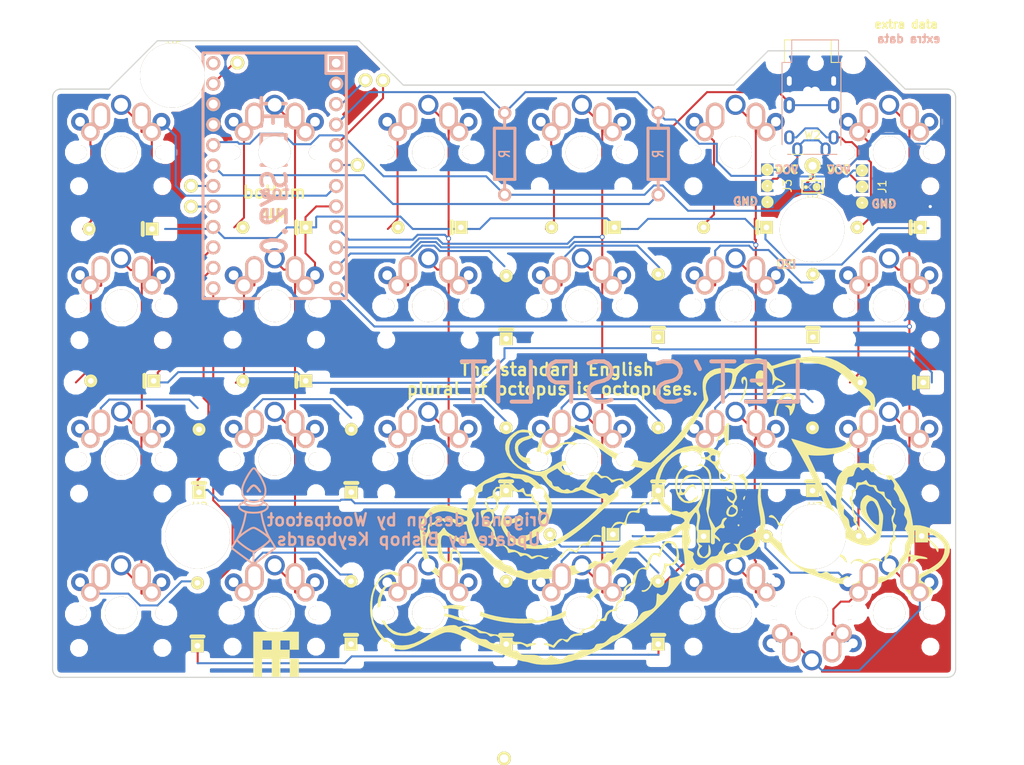
<source format=kicad_pcb>
(kicad_pcb (version 4) (host pcbnew 4.0.7)
  (layers (0 F.Cu signal) (31 B.Cu signal) (34 B.Paste user) (35 F.Paste user) (36 B.SilkS user) (37 F.SilkS user) (38 B.Mask user) (39 F.Mask user) (44 Edge.Cuts user))
  (net 0 "")
  (net 1 "Net-(D1-Pad2)")
  (net 2 row0)
  (net 3 "Net-(D2-Pad2)")
  (net 4 row1)
  (net 5 "Net-(D3-Pad2)")
  (net 6 row2)
  (net 7 "Net-(D4-Pad2)")
  (net 8 row3)
  (net 9 "Net-(D5-Pad2)")
  (net 10 "Net-(D6-Pad2)")
  (net 11 "Net-(D7-Pad2)")
  (net 12 "Net-(D8-Pad2)")
  (net 13 "Net-(D9-Pad2)")
  (net 14 "Net-(D10-Pad2)")
  (net 15 "Net-(D11-Pad2)")
  (net 16 "Net-(D12-Pad2)")
  (net 17 "Net-(D13-Pad2)")
  (net 18 "Net-(D14-Pad2)")
  (net 19 "Net-(D15-Pad2)")
  (net 20 "Net-(D16-Pad2)")
  (net 21 "Net-(D17-Pad2)")
  (net 22 "Net-(D18-Pad2)")
  (net 23 "Net-(D19-Pad2)")
  (net 24 "Net-(D20-Pad2)")
  (net 25 "Net-(D21-Pad2)")
  (net 26 "Net-(D22-Pad2)")
  (net 27 "Net-(D23-Pad2)")
  (net 28 "Net-(D24-Pad2)")
  (net 29 GND)
  (net 30 "Net-(J1-Pad2)")
  (net 31 VCC)
  (net 32 data)
  (net 33 xtradata)
  (net 34 "Net-(R1-Pad2)")
  (net 35 col0)
  (net 36 col1)
  (net 37 col2)
  (net 38 col3)
  (net 39 col4)
  (net 40 col5)
  (net 41 "Net-(J4-Pad1)")
  (net 42 "Net-(J5-Pad1)")
  (net 43 "Net-(J6-Pad1)")
  (net 44 "Net-(J7-Pad1)")
  (net 45 "Net-(J11-Pad1)")
  (net 46 "Net-(J12-Pad1)")
  (net 47 "Net-(J3-Pad2)")
  (module prettylib:jumper (layer F.Cu) (at 139.4 51.1 90)
    (fp_text reference J1 (at 0 0.5 90) (layer F.SilkS))
    (fp_text value 3PIN)
    (pad 1 smd rect (at -2 -2 90) (size 1.524 1.524) (layers F.Cu F.Paste F.Mask) (net 29 GND))
    (pad 2 smd rect (at 0 -2 90) (size 1.524 1.524) (layers F.Cu F.Paste F.Mask) (net 30 "Net-(J1-Pad2)"))
    (pad 3 smd rect (at 2 -2 90) (size 1.524 1.524) (layers F.Cu F.Paste F.Mask) (net 31 VCC))
    (pad 1 smd rect (at -2 -2 90) (size 1.524 1.524) (layers B.Cu F.Paste F.Mask) (net 29 GND))
    (pad 2 smd rect (at 0 -2 90) (size 1.524 1.524) (layers B.Cu F.Paste F.Mask) (net 30 "Net-(J1-Pad2)"))
    (pad 3 smd rect (at 2 -2 90) (size 1.524 1.524) (layers B.Cu F.Paste F.Mask) (net 31 VCC))
    (pad 2 thru_hole circle (at -0.01 -1.99 90) (size 1.524 1.524) (drill 0.25) (layers *.Cu *.Mask F.SilkS) (net 30 "Net-(J1-Pad2)"))
    (pad 3 thru_hole circle (at 2 -2.01 90) (size 1.524 1.524) (drill 0.25) (layers *.Cu *.Mask F.SilkS) (net 31 VCC))
    (pad 1 thru_hole circle (at -2.01 -1.99 90) (size 1.524 1.524) (drill 0.25) (layers *.Cu *.Mask F.SilkS) (net 29 GND))
  )
  (module Wire_Pads:SolderWirePad_single_2mmDrill (layer F.Cu) (at 131.266296 48.517928)
    (fp_text reference W2 (at 0 -3.81) (layer F.SilkS))
    (fp_text value TEST_1P)
    (pad 1 thru_hole circle (at 0 0) (size 2 2) (drill 1) (layers *.Cu *.Mask F.SilkS) (net 33 xtradata))
  )
  (module prettylib:jumper (layer F.Cu) (at 127.65 51 90)
    (fp_text reference J3 (at 0 0.5 90) (layer F.SilkS))
    (fp_text value 3PIN)
    (pad 1 smd rect (at -2 -2 90) (size 1.524 1.524) (layers F.Cu F.Paste F.Mask) (net 29 GND))
    (pad 2 smd rect (at 0 -2 90) (size 1.524 1.524) (layers F.Cu F.Paste F.Mask) (net 47 "Net-(J3-Pad2)"))
    (pad 3 smd rect (at 2 -2 90) (size 1.524 1.524) (layers F.Cu F.Paste F.Mask) (net 31 VCC))
    (pad 1 smd rect (at -2 -2 90) (size 1.524 1.524) (layers B.Cu F.Paste F.Mask) (net 29 GND))
    (pad 2 smd rect (at 0 -2 90) (size 1.524 1.524) (layers B.Cu F.Paste F.Mask) (net 47 "Net-(J3-Pad2)"))
    (pad 3 smd rect (at 2 -2 90) (size 1.524 1.524) (layers B.Cu F.Paste F.Mask) (net 31 VCC))
    (pad 2 thru_hole circle (at -0.01 -1.99 90) (size 1.524 1.524) (drill 0.25) (layers *.Cu *.Mask F.SilkS) (net 47 "Net-(J3-Pad2)"))
    (pad 3 thru_hole circle (at 2 -2.01 90) (size 1.524 1.524) (drill 0.25) (layers *.Cu *.Mask F.SilkS) (net 31 VCC))
    (pad 1 thru_hole circle (at -2.01 -1.99 90) (size 1.524 1.524) (drill 0.25) (layers *.Cu *.Mask F.SilkS) (net 29 GND))
  )
  (module prettylib:JUMPER_SMD_2DUB (layer F.Cu) (at 131.252184 51.123776)
    (fp_text reference W1 (at 0 -1.2446) (layer F.SilkS) (effects (font (size 0.5 0.5) (thickness 0.1))))
    (fp_text value TEST)
    (pad 2 smd rect (at 0.0588 0.0254 45) (size 0.707 0.707) (layers F.Cu F.Paste F.Mask) (net 34 "Net-(R1-Pad2)"))
    (pad 1 smd trapezoid (at -0.5812 0.2754) (size 0.5001 0.5) (rect_delta 0 0.5) (layers F.Cu F.Paste F.Mask) (net 33 xtradata))
    (pad 1 smd trapezoid (at -0.5812 -0.2246 180) (size 0.5001 0.5) (rect_delta 0 0.5) (layers F.Cu F.Paste F.Mask) (net 33 xtradata))
    (pad 1 smd rect (at -0.8312 0.0254 180) (size 0.5 1) (layers F.Cu F.Paste F.Mask) (net 33 xtradata))
    (pad 1 smd trapezoid (at -0.5812 0.2754) (size 0.5001 0.5) (rect_delta 0 0.5) (layers B.Cu F.Paste F.Mask) (net 33 xtradata))
    (pad 2 smd rect (at 0.56 0.01) (size 1 1) (layers F.Cu F.Paste F.Mask) (net 34 "Net-(R1-Pad2)"))
    (pad 2 smd rect (at 0.0588 0.0254 45) (size 0.707 0.707) (layers B.Cu F.Paste F.Mask) (net 34 "Net-(R1-Pad2)"))
    (pad 1 smd trapezoid (at -0.5812 -0.2246 180) (size 0.5001 0.5) (rect_delta 0 0.5) (layers B.Cu F.Paste F.Mask) (net 33 xtradata))
    (pad 1 smd rect (at -0.8312 0.0254 180) (size 0.5 1) (layers B.Cu F.Paste F.Mask) (net 33 xtradata))
    (pad 2 smd rect (at 0.56 0.02) (size 1 1) (layers B.Cu F.Paste F.Mask) (net 34 "Net-(R1-Pad2)"))
    (pad 2 thru_hole circle (at 0.52 0.02) (size 1 1) (drill 0.15) (layers *.Cu *.Mask F.SilkS) (net 34 "Net-(R1-Pad2)"))
    (pad 1 thru_hole circle (at -0.82 0.04) (size 0.5 0.5) (drill 0.15) (layers *.Cu *.Mask F.SilkS) (net 33 xtradata))
  )
  (module prettylib:HOLE (layer F.Cu) (at 132.85 57.15)
    (fp_text reference U4 (at -1.4 -4.39) (layer F.SilkS))
    (fp_text value HOLE)
    (pad "" thru_hole circle (at -1.65 -0.7) (size 8 8) (drill 8) (layers *.Cu *.Mask F.SilkS))
  )
  (module prettylib:HOLE (layer F.Cu) (at 133 95.25)
    (fp_text reference U3 (at -1.4 -4.39) (layer F.SilkS))
    (fp_text value HOLE)
    (pad "" thru_hole circle (at -1.65 -0.7) (size 8 8) (drill 8) (layers *.Cu *.Mask F.SilkS))
  )
  (module prettylib:HOLE (layer F.Cu) (at 53.5 38)
    (fp_text reference U5 (at -1.4 -4.39) (layer F.SilkS))
    (fp_text value HOLE)
    (pad "" thru_hole circle (at -1.65 -0.7) (size 8 8) (drill 8) (layers *.Cu *.Mask F.SilkS))
  )
  (module prettylib:HOLE (layer F.Cu) (at 56.65 95.2)
    (fp_text reference U2 (at -1.4 -4.39) (layer F.SilkS))
    (fp_text value HOLE)
    (pad "" thru_hole circle (at -1.65 -0.7) (size 8 8) (drill 8) (layers *.Cu *.Mask F.SilkS))
  )
  (module footprint:RESISTOR (layer B.Cu) (at 93.066953 47.029569 270)
    (fp_text reference R1 hide)
    (fp_text value R (at 0 0 450) (layer B.SilkS) (effects (font (size 1.27 1.016) (thickness 0.2032)) (justify mirror)))
    (pad 1 thru_hole circle (at -5.08 0 270) (size 1.651 1.651) (drill 0.9906) (layers *.Cu *.SilkS *.Mask) (net 31 VCC))
    (pad 2 thru_hole circle (at 5.08 0 270) (size 1.651 1.651) (drill 0.9906) (layers *.Cu *.SilkS *.Mask) (net 34 "Net-(R1-Pad2)"))
  )
  (module footprint:RESISTOR (layer B.Cu) (at 112.116905 47.029569 90)
    (fp_text reference R2 hide)
    (fp_text value R (at 0 0 90) (layer B.SilkS) (effects (font (size 1.27 1.016) (thickness 0.2032)) (justify mirror)))
    (pad 1 thru_hole circle (at -5.08 0 90) (size 1.651 1.651) (drill 0.9906) (layers *.Cu *.SilkS *.Mask) (net 32 data))
    (pad 2 thru_hole circle (at 5.08 0 90) (size 1.651 1.651) (drill 0.9906) (layers *.Cu *.SilkS *.Mask) (net 31 VCC))
  )
  (module footprint:TEENSY_2.0 (layer B.Cu) (at 64.55 49.75 270)
    (fp_text reference U1 hide)
    (fp_text value TEENSY2.0 (at 0 0 270) (layer B.SilkS) (effects (font (size 3.048 2.54) (thickness 0.4572)) (justify mirror)))
    (pad 1 thru_hole rect (at -13.97 -7.62 270) (size 1.7526 1.7526) (drill 1.0922) (layers *.Cu *.SilkS *.Mask))
    (pad 2 thru_hole circle (at -11.43 -7.62 270) (size 1.7526 1.7526) (drill 1.0922) (layers *.Cu *.SilkS *.Mask) (net 29 GND))
    (pad 3 thru_hole circle (at -8.89 -7.62 270) (size 1.7526 1.7526) (drill 1.0922) (layers *.Cu *.SilkS *.Mask) (net 41 "Net-(J4-Pad1)"))
    (pad 4 thru_hole circle (at -6.35 -7.62 270) (size 1.7526 1.7526) (drill 1.0922) (layers *.Cu *.SilkS *.Mask) (net 31 VCC))
    (pad 5 thru_hole circle (at -3.81 -7.62 270) (size 1.7526 1.7526) (drill 1.0922) (layers *.Cu *.SilkS *.Mask) (net 42 "Net-(J5-Pad1)"))
    (pad 6 thru_hole circle (at -1.27 -7.62 270) (size 1.7526 1.7526) (drill 1.0922) (layers *.Cu *.SilkS *.Mask) (net 44 "Net-(J7-Pad1)"))
    (pad 7 thru_hole circle (at 1.27 -7.62 270) (size 1.7526 1.7526) (drill 1.0922) (layers *.Cu *.SilkS *.Mask) (net 35 col0))
    (pad 8 thru_hole circle (at 3.81 -7.62 270) (size 1.7526 1.7526) (drill 1.0922) (layers *.Cu *.SilkS *.Mask) (net 36 col1))
    (pad 9 thru_hole circle (at 6.35 -7.62 270) (size 1.7526 1.7526) (drill 1.0922) (layers *.Cu *.SilkS *.Mask) (net 37 col2))
    (pad 10 thru_hole circle (at 8.89 -7.62 270) (size 1.7526 1.7526) (drill 1.0922) (layers *.Cu *.SilkS *.Mask) (net 38 col3))
    (pad 11 thru_hole circle (at 11.43 -7.62 270) (size 1.7526 1.7526) (drill 1.0922) (layers *.Cu *.SilkS *.Mask) (net 39 col4))
    (pad 12 thru_hole circle (at 13.97 -7.62 270) (size 1.7526 1.7526) (drill 1.0922) (layers *.Cu *.SilkS *.Mask) (net 40 col5))
    (pad 18 thru_hole circle (at 13.97 7.62 270) (size 1.7526 1.7526) (drill 1.0922) (layers *.Cu *.SilkS *.Mask) (net 8 row3))
    (pad 19 thru_hole circle (at 11.43 7.62 270) (size 1.7526 1.7526) (drill 1.0922) (layers *.Cu *.SilkS *.Mask) (net 6 row2))
    (pad 20 thru_hole circle (at 8.89 7.62 270) (size 1.7526 1.7526) (drill 1.0922) (layers *.Cu *.SilkS *.Mask) (net 4 row1))
    (pad 21 thru_hole circle (at 6.35 7.62 270) (size 1.7526 1.7526) (drill 1.0922) (layers *.Cu *.SilkS *.Mask) (net 2 row0))
    (pad 22 thru_hole circle (at 3.81 7.62 270) (size 1.7526 1.7526) (drill 1.0922) (layers *.Cu *.SilkS *.Mask) (net 43 "Net-(J6-Pad1)"))
    (pad 23 thru_hole circle (at 1.27 7.62 270) (size 1.7526 1.7526) (drill 1.0922) (layers *.Cu *.SilkS *.Mask) (net 46 "Net-(J12-Pad1)"))
    (pad 24 thru_hole circle (at -1.27 7.62 270) (size 1.7526 1.7526) (drill 1.0922) (layers *.Cu *.SilkS *.Mask) (net 32 data))
    (pad 27 thru_hole circle (at -8.89 7.62 270) (size 1.7526 1.7526) (drill 1.0922) (layers *.Cu *.SilkS *.Mask) (net 29 GND))
    (pad 28 thru_hole circle (at -11.43 7.62 270) (size 1.7526 1.7526) (drill 1.0922) (layers *.Cu *.SilkS *.Mask) (net 45 "Net-(J11-Pad1)"))
    (pad 29 thru_hole circle (at -13.97 7.62 270) (size 1.7526 1.7526) (drill 1.0922) (layers *.Cu *.SilkS *.Mask))
    (pad 25 thru_hole circle (at -3.81 7.62 270) (size 1.7526 1.7526) (drill 1.0922) (layers *.Cu *.SilkS *.Mask) (net 34 "Net-(R1-Pad2)"))
    (pad 26 thru_hole circle (at -6.35 7.62 270) (size 1.7526 1.7526) (drill 1.0922) (layers *.Cu *.SilkS *.Mask) (net 29 GND))
  )
  (module BishopKicadConsolidated:PIN_1 (layer F.Cu) (at 75.802934 37.901467)
    (fp_text reference J4 hide)
    (fp_text value Conn_01x01 hide)
    (pad 1 thru_hole circle (at 0 0) (size 1.7 1.7) (drill 1.016) (layers *.Cu *.Mask F.SilkS) (net 41 "Net-(J4-Pad1)"))
  )
  (module BishopKicadConsolidated:PIN_1 (layer F.Cu) (at 77.985741 37.901467)
    (fp_text reference J5 hide)
    (fp_text value Conn_01x01 hide)
    (pad 1 thru_hole circle (at 0 0) (size 1.7 1.7) (drill 1.016) (layers *.Cu *.Mask F.SilkS) (net 42 "Net-(J5-Pad1)"))
  )
  (module BishopKicadConsolidated:PIN_1 (layer F.Cu) (at 54.173301 53.57799)
    (fp_text reference J6 hide)
    (fp_text value Conn_01x01 hide)
    (pad 1 thru_hole circle (at 0 0) (size 1.7 1.7) (drill 1.016) (layers *.Cu *.Mask F.SilkS) (net 43 "Net-(J6-Pad1)"))
  )
  (module BishopKicadConsolidated:PIN_1 (layer F.Cu) (at 74.810749 48.418628)
    (fp_text reference J7 hide)
    (fp_text value Conn_01x01 hide)
    (pad 1 thru_hole circle (at 0 0) (size 1.7 1.7) (drill 1.016) (layers *.Cu *.Mask F.SilkS) (net 44 "Net-(J7-Pad1)"))
  )
  (module BishopKicadConsolidated:PIN_1 (layer F.Cu) (at 59.927974 35.71866)
    (fp_text reference J11 hide)
    (fp_text value Conn_01x01 hide)
    (pad 1 thru_hole circle (at 0 0) (size 1.7 1.7) (drill 1.016) (layers *.Cu *.Mask F.SilkS) (net 45 "Net-(J11-Pad1)"))
  )
  (module BishopKicadConsolidated:PIN_1 (layer F.Cu) (at 54.173301 50.998309)
    (fp_text reference J12 hide)
    (fp_text value Conn_01x01 hide)
    (pad 1 thru_hole circle (at 0 0) (size 1.7 1.7) (drill 1.016) (layers *.Cu *.Mask F.SilkS) (net 46 "Net-(J12-Pad1)"))
  )
  (module Silks:AIRImicro (layer F.Cu) (at 64.690462 109.14035)
    (fp_text reference G*** hide)
    (fp_text value LOGO hide)
  )
  (module "Silks:BKB smaller chess" (layer B.Cu) (at 62 92 180)
    (fp_text reference G*** hide)
    (fp_text value LOGO hide)
  )
  (module Silks:Octopus1 (layer F.Cu) (at 112 92)
    (fp_text reference G*** hide)
    (fp_text value LOGO hide)
  )
  (module BishopKicadConsolidated:PIN_1 (layer F.Cu) (at 93 122.075001)
    (fp_text reference J8 hide)
    (fp_text value Conn_01x01 hide)
    (pad 1 thru_hole circle (at 0 0) (size 1.7 1.7) (drill 1.016) (layers *.Cu *.Mask F.SilkS))
  )
  (module BishopKicadConsolidated:PIN_1 (layer F.Cu) (at 93 122.075001)
    (fp_text reference J9 hide)
    (fp_text value Conn_01x01 hide)
    (pad 1 thru_hole circle (at 0 0) (size 1.7 1.7) (drill 1.016) (layers *.Cu *.Mask F.SilkS))
  )
  (module BishopKicadConsolidated:PIN_1 (layer F.Cu) (at 93 122.075001)
    (fp_text reference J10 hide)
    (fp_text value Conn_01x01 hide)
    (pad 1 thru_hole circle (at 0 0) (size 1.7 1.7) (drill 1.016) (layers *.Cu *.Mask F.SilkS))
  )
  (module Universal-Switch-Footprint:MX-ALPs-PG1350-FLIP (layer F.Cu) (at 45.5 46.85)
    (fp_text reference SW1)
    (fp_text value SW_PUSH)
    (pad "" np_thru_hole circle (at 0 0 270) (size 3.4 3.4) (drill 3.4) (layers *.Cu *.Mask))
    (pad "" np_thru_hole circle (at -5.5 0 270) (size 1.9 1.9) (drill 1.9) (layers *.Cu *.Mask))
    (pad "" np_thru_hole circle (at 5.5 0 270) (size 1.9 1.9) (drill 1.9) (layers *.Cu *.Mask))
    (pad 1 thru_hole circle (at 5 -3.8 270) (size 2.2 2.2) (drill 1.2) (layers *.Cu *.Mask) (net 35 col0))
    (pad 1 thru_hole circle (at 0 -5.9 270) (size 2.5 2.5) (drill 1.7) (layers *.Cu *.Mask) (net 35 col0))
    (pad "" np_thru_hole circle (at -5.22 4.2 270) (size 1.2 1.2) (drill 1.2) (layers *.Cu *.Mask))
    (pad 2 thru_hole circle (at -5.09498 -3.8 270) (size 2.2 2.2) (drill 1.2) (layers *.Cu *.Mask) (net 1 "Net-(D1-Pad2)"))
    (pad "" np_thru_hole circle (at 5.12502 4.2 270) (size 1.2 1.2) (drill 1.2) (layers *.Cu *.Mask))
    (pad 2 thru_hole circle (at -3.81 -2.54) (size 2.286 2.286) (drill 1.4986) (layers *.Cu *.SilkS *.Mask) (net 1 "Net-(D1-Pad2)"))
    (pad 1 thru_hole circle (at 3.81 -2.54) (size 2.286 2.286) (drill 1.4986) (layers *.Cu *.SilkS *.Mask) (net 35 col0))
    (pad 2 thru_hole oval (at -2.52 -4.5) (size 2.3 3.337) (drill oval 1.513 2.55) (layers *.Cu *.SilkS *.Mask) (net 1 "Net-(D1-Pad2)"))
    (pad 1 thru_hole oval (at 2.52 -4.5) (size 2.3 3.337) (drill oval 1.513 2.55) (layers *.Cu *.SilkS *.Mask) (net 35 col0))
    (pad HOLE thru_hole circle (at 0 0) (size 3.9878 3.9878) (drill 3.9878) (layers *.Cu *.Mask F.SilkS))
    (pad HOLE thru_hole circle (at -5.08 0) (size 1.7018 1.7018) (drill 1.7018) (layers *.Cu *.Mask F.SilkS))
    (pad HOLE thru_hole circle (at 5.08 0) (size 1.7018 1.7018) (drill 1.7018) (layers *.Cu *.Mask F.SilkS))
  )
  (module Universal-Switch-Footprint:MX-ALPs-PG1350-FLIP (layer F.Cu) (at 83.6 46.85)
    (fp_text reference SW9)
    (fp_text value SW_PUSH)
    (pad "" np_thru_hole circle (at 0 0 270) (size 3.4 3.4) (drill 3.4) (layers *.Cu *.Mask))
    (pad "" np_thru_hole circle (at -5.5 0 270) (size 1.9 1.9) (drill 1.9) (layers *.Cu *.Mask))
    (pad "" np_thru_hole circle (at 5.5 0 270) (size 1.9 1.9) (drill 1.9) (layers *.Cu *.Mask))
    (pad 1 thru_hole circle (at 5 -3.8 270) (size 2.2 2.2) (drill 1.2) (layers *.Cu *.Mask) (net 37 col2))
    (pad 1 thru_hole circle (at 0 -5.9 270) (size 2.5 2.5) (drill 1.7) (layers *.Cu *.Mask) (net 37 col2))
    (pad "" np_thru_hole circle (at -5.22 4.2 270) (size 1.2 1.2) (drill 1.2) (layers *.Cu *.Mask))
    (pad 2 thru_hole circle (at -5.09498 -3.8 270) (size 2.2 2.2) (drill 1.2) (layers *.Cu *.Mask) (net 13 "Net-(D9-Pad2)"))
    (pad "" np_thru_hole circle (at 5.12502 4.2 270) (size 1.2 1.2) (drill 1.2) (layers *.Cu *.Mask))
    (pad 2 thru_hole circle (at -3.81 -2.54) (size 2.286 2.286) (drill 1.4986) (layers *.Cu *.SilkS *.Mask) (net 13 "Net-(D9-Pad2)"))
    (pad 1 thru_hole circle (at 3.81 -2.54) (size 2.286 2.286) (drill 1.4986) (layers *.Cu *.SilkS *.Mask) (net 37 col2))
    (pad 2 thru_hole oval (at -2.52 -4.5) (size 2.3 3.337) (drill oval 1.513 2.55) (layers *.Cu *.SilkS *.Mask) (net 13 "Net-(D9-Pad2)"))
    (pad 1 thru_hole oval (at 2.52 -4.5) (size 2.3 3.337) (drill oval 1.513 2.55) (layers *.Cu *.SilkS *.Mask) (net 37 col2))
    (pad HOLE thru_hole circle (at 0 0) (size 3.9878 3.9878) (drill 3.9878) (layers *.Cu *.Mask F.SilkS))
    (pad HOLE thru_hole circle (at -5.08 0) (size 1.7018 1.7018) (drill 1.7018) (layers *.Cu *.Mask F.SilkS))
    (pad HOLE thru_hole circle (at 5.08 0) (size 1.7018 1.7018) (drill 1.7018) (layers *.Cu *.Mask F.SilkS))
  )
  (module Universal-Switch-Footprint:MX-ALPs-PG1350-FLIP (layer F.Cu) (at 83.6 65.9)
    (fp_text reference SW10)
    (fp_text value SW_PUSH)
    (pad "" np_thru_hole circle (at 0 0 270) (size 3.4 3.4) (drill 3.4) (layers *.Cu *.Mask))
    (pad "" np_thru_hole circle (at -5.5 0 270) (size 1.9 1.9) (drill 1.9) (layers *.Cu *.Mask))
    (pad "" np_thru_hole circle (at 5.5 0 270) (size 1.9 1.9) (drill 1.9) (layers *.Cu *.Mask))
    (pad 1 thru_hole circle (at 5 -3.8 270) (size 2.2 2.2) (drill 1.2) (layers *.Cu *.Mask) (net 37 col2))
    (pad 1 thru_hole circle (at 0 -5.9 270) (size 2.5 2.5) (drill 1.7) (layers *.Cu *.Mask) (net 37 col2))
    (pad "" np_thru_hole circle (at -5.22 4.2 270) (size 1.2 1.2) (drill 1.2) (layers *.Cu *.Mask))
    (pad 2 thru_hole circle (at -5.09498 -3.8 270) (size 2.2 2.2) (drill 1.2) (layers *.Cu *.Mask) (net 14 "Net-(D10-Pad2)"))
    (pad "" np_thru_hole circle (at 5.12502 4.2 270) (size 1.2 1.2) (drill 1.2) (layers *.Cu *.Mask))
    (pad 2 thru_hole circle (at -3.81 -2.54) (size 2.286 2.286) (drill 1.4986) (layers *.Cu *.SilkS *.Mask) (net 14 "Net-(D10-Pad2)"))
    (pad 1 thru_hole circle (at 3.81 -2.54) (size 2.286 2.286) (drill 1.4986) (layers *.Cu *.SilkS *.Mask) (net 37 col2))
    (pad 2 thru_hole oval (at -2.52 -4.5) (size 2.3 3.337) (drill oval 1.513 2.55) (layers *.Cu *.SilkS *.Mask) (net 14 "Net-(D10-Pad2)"))
    (pad 1 thru_hole oval (at 2.52 -4.5) (size 2.3 3.337) (drill oval 1.513 2.55) (layers *.Cu *.SilkS *.Mask) (net 37 col2))
    (pad HOLE thru_hole circle (at 0 0) (size 3.9878 3.9878) (drill 3.9878) (layers *.Cu *.Mask F.SilkS))
    (pad HOLE thru_hole circle (at -5.08 0) (size 1.7018 1.7018) (drill 1.7018) (layers *.Cu *.Mask F.SilkS))
    (pad HOLE thru_hole circle (at 5.08 0) (size 1.7018 1.7018) (drill 1.7018) (layers *.Cu *.Mask F.SilkS))
  )
  (module Universal-Switch-Footprint:MX-ALPs-PG1350-FLIP (layer F.Cu) (at 64.55 65.9)
    (fp_text reference SW6)
    (fp_text value SW_PUSH)
    (pad "" np_thru_hole circle (at 0 0 270) (size 3.4 3.4) (drill 3.4) (layers *.Cu *.Mask))
    (pad "" np_thru_hole circle (at -5.5 0 270) (size 1.9 1.9) (drill 1.9) (layers *.Cu *.Mask))
    (pad "" np_thru_hole circle (at 5.5 0 270) (size 1.9 1.9) (drill 1.9) (layers *.Cu *.Mask))
    (pad 1 thru_hole circle (at 5 -3.8 270) (size 2.2 2.2) (drill 1.2) (layers *.Cu *.Mask) (net 36 col1))
    (pad 1 thru_hole circle (at 0 -5.9 270) (size 2.5 2.5) (drill 1.7) (layers *.Cu *.Mask) (net 36 col1))
    (pad "" np_thru_hole circle (at -5.22 4.2 270) (size 1.2 1.2) (drill 1.2) (layers *.Cu *.Mask))
    (pad 2 thru_hole circle (at -5.09498 -3.8 270) (size 2.2 2.2) (drill 1.2) (layers *.Cu *.Mask) (net 10 "Net-(D6-Pad2)"))
    (pad "" np_thru_hole circle (at 5.12502 4.2 270) (size 1.2 1.2) (drill 1.2) (layers *.Cu *.Mask))
    (pad 2 thru_hole circle (at -3.81 -2.54) (size 2.286 2.286) (drill 1.4986) (layers *.Cu *.SilkS *.Mask) (net 10 "Net-(D6-Pad2)"))
    (pad 1 thru_hole circle (at 3.81 -2.54) (size 2.286 2.286) (drill 1.4986) (layers *.Cu *.SilkS *.Mask) (net 36 col1))
    (pad 2 thru_hole oval (at -2.52 -4.5) (size 2.3 3.337) (drill oval 1.513 2.55) (layers *.Cu *.SilkS *.Mask) (net 10 "Net-(D6-Pad2)"))
    (pad 1 thru_hole oval (at 2.52 -4.5) (size 2.3 3.337) (drill oval 1.513 2.55) (layers *.Cu *.SilkS *.Mask) (net 36 col1))
    (pad HOLE thru_hole circle (at 0 0) (size 3.9878 3.9878) (drill 3.9878) (layers *.Cu *.Mask F.SilkS))
    (pad HOLE thru_hole circle (at -5.08 0) (size 1.7018 1.7018) (drill 1.7018) (layers *.Cu *.Mask F.SilkS))
    (pad HOLE thru_hole circle (at 5.08 0) (size 1.7018 1.7018) (drill 1.7018) (layers *.Cu *.Mask F.SilkS))
  )
  (module Universal-Switch-Footprint:MX-ALPs-PG1350-FLIP (layer F.Cu) (at 64.55 46.85)
    (fp_text reference SW5)
    (fp_text value SW_PUSH)
    (pad "" np_thru_hole circle (at 0 0 270) (size 3.4 3.4) (drill 3.4) (layers *.Cu *.Mask))
    (pad "" np_thru_hole circle (at -5.5 0 270) (size 1.9 1.9) (drill 1.9) (layers *.Cu *.Mask))
    (pad "" np_thru_hole circle (at 5.5 0 270) (size 1.9 1.9) (drill 1.9) (layers *.Cu *.Mask))
    (pad 1 thru_hole circle (at 5 -3.8 270) (size 2.2 2.2) (drill 1.2) (layers *.Cu *.Mask) (net 36 col1))
    (pad 1 thru_hole circle (at 0 -5.9 270) (size 2.5 2.5) (drill 1.7) (layers *.Cu *.Mask) (net 36 col1))
    (pad "" np_thru_hole circle (at -5.22 4.2 270) (size 1.2 1.2) (drill 1.2) (layers *.Cu *.Mask))
    (pad 2 thru_hole circle (at -5.09498 -3.8 270) (size 2.2 2.2) (drill 1.2) (layers *.Cu *.Mask) (net 9 "Net-(D5-Pad2)"))
    (pad "" np_thru_hole circle (at 5.12502 4.2 270) (size 1.2 1.2) (drill 1.2) (layers *.Cu *.Mask))
    (pad 2 thru_hole circle (at -3.81 -2.54) (size 2.286 2.286) (drill 1.4986) (layers *.Cu *.SilkS *.Mask) (net 9 "Net-(D5-Pad2)"))
    (pad 1 thru_hole circle (at 3.81 -2.54) (size 2.286 2.286) (drill 1.4986) (layers *.Cu *.SilkS *.Mask) (net 36 col1))
    (pad 2 thru_hole oval (at -2.52 -4.5) (size 2.3 3.337) (drill oval 1.513 2.55) (layers *.Cu *.SilkS *.Mask) (net 9 "Net-(D5-Pad2)"))
    (pad 1 thru_hole oval (at 2.52 -4.5) (size 2.3 3.337) (drill oval 1.513 2.55) (layers *.Cu *.SilkS *.Mask) (net 36 col1))
    (pad HOLE thru_hole circle (at 0 0) (size 3.9878 3.9878) (drill 3.9878) (layers *.Cu *.Mask F.SilkS))
    (pad HOLE thru_hole circle (at -5.08 0) (size 1.7018 1.7018) (drill 1.7018) (layers *.Cu *.Mask F.SilkS))
    (pad HOLE thru_hole circle (at 5.08 0) (size 1.7018 1.7018) (drill 1.7018) (layers *.Cu *.Mask F.SilkS))
  )
  (module Universal-Switch-Footprint:MX-ALPs-PG1350-FLIP (layer F.Cu) (at 45.5 104)
    (fp_text reference SW4)
    (fp_text value SW_PUSH)
    (pad "" np_thru_hole circle (at 0 0 270) (size 3.4 3.4) (drill 3.4) (layers *.Cu *.Mask))
    (pad "" np_thru_hole circle (at -5.5 0 270) (size 1.9 1.9) (drill 1.9) (layers *.Cu *.Mask))
    (pad "" np_thru_hole circle (at 5.5 0 270) (size 1.9 1.9) (drill 1.9) (layers *.Cu *.Mask))
    (pad 1 thru_hole circle (at 5 -3.8 270) (size 2.2 2.2) (drill 1.2) (layers *.Cu *.Mask) (net 35 col0))
    (pad 1 thru_hole circle (at 0 -5.9 270) (size 2.5 2.5) (drill 1.7) (layers *.Cu *.Mask) (net 35 col0))
    (pad "" np_thru_hole circle (at -5.22 4.2 270) (size 1.2 1.2) (drill 1.2) (layers *.Cu *.Mask))
    (pad 2 thru_hole circle (at -5.09498 -3.8 270) (size 2.2 2.2) (drill 1.2) (layers *.Cu *.Mask) (net 7 "Net-(D4-Pad2)"))
    (pad "" np_thru_hole circle (at 5.12502 4.2 270) (size 1.2 1.2) (drill 1.2) (layers *.Cu *.Mask))
    (pad 2 thru_hole circle (at -3.81 -2.54) (size 2.286 2.286) (drill 1.4986) (layers *.Cu *.SilkS *.Mask) (net 7 "Net-(D4-Pad2)"))
    (pad 1 thru_hole circle (at 3.81 -2.54) (size 2.286 2.286) (drill 1.4986) (layers *.Cu *.SilkS *.Mask) (net 35 col0))
    (pad 2 thru_hole oval (at -2.52 -4.5) (size 2.3 3.337) (drill oval 1.513 2.55) (layers *.Cu *.SilkS *.Mask) (net 7 "Net-(D4-Pad2)"))
    (pad 1 thru_hole oval (at 2.52 -4.5) (size 2.3 3.337) (drill oval 1.513 2.55) (layers *.Cu *.SilkS *.Mask) (net 35 col0))
    (pad HOLE thru_hole circle (at 0 0) (size 3.9878 3.9878) (drill 3.9878) (layers *.Cu *.Mask F.SilkS))
    (pad HOLE thru_hole circle (at -5.08 0) (size 1.7018 1.7018) (drill 1.7018) (layers *.Cu *.Mask F.SilkS))
    (pad HOLE thru_hole circle (at 5.08 0) (size 1.7018 1.7018) (drill 1.7018) (layers *.Cu *.Mask F.SilkS))
  )
  (module Universal-Switch-Footprint:MX-ALPs-PG1350-FLIP (layer F.Cu) (at 45.5 84.931036)
    (fp_text reference SW3)
    (fp_text value SW_PUSH)
    (pad "" np_thru_hole circle (at 0 0 270) (size 3.4 3.4) (drill 3.4) (layers *.Cu *.Mask))
    (pad "" np_thru_hole circle (at -5.5 0 270) (size 1.9 1.9) (drill 1.9) (layers *.Cu *.Mask))
    (pad "" np_thru_hole circle (at 5.5 0 270) (size 1.9 1.9) (drill 1.9) (layers *.Cu *.Mask))
    (pad 1 thru_hole circle (at 5 -3.8 270) (size 2.2 2.2) (drill 1.2) (layers *.Cu *.Mask) (net 35 col0))
    (pad 1 thru_hole circle (at 0 -5.9 270) (size 2.5 2.5) (drill 1.7) (layers *.Cu *.Mask) (net 35 col0))
    (pad "" np_thru_hole circle (at -5.22 4.2 270) (size 1.2 1.2) (drill 1.2) (layers *.Cu *.Mask))
    (pad 2 thru_hole circle (at -5.09498 -3.8 270) (size 2.2 2.2) (drill 1.2) (layers *.Cu *.Mask) (net 5 "Net-(D3-Pad2)"))
    (pad "" np_thru_hole circle (at 5.12502 4.2 270) (size 1.2 1.2) (drill 1.2) (layers *.Cu *.Mask))
    (pad 2 thru_hole circle (at -3.81 -2.54) (size 2.286 2.286) (drill 1.4986) (layers *.Cu *.SilkS *.Mask) (net 5 "Net-(D3-Pad2)"))
    (pad 1 thru_hole circle (at 3.81 -2.54) (size 2.286 2.286) (drill 1.4986) (layers *.Cu *.SilkS *.Mask) (net 35 col0))
    (pad 2 thru_hole oval (at -2.52 -4.5) (size 2.3 3.337) (drill oval 1.513 2.55) (layers *.Cu *.SilkS *.Mask) (net 5 "Net-(D3-Pad2)"))
    (pad 1 thru_hole oval (at 2.52 -4.5) (size 2.3 3.337) (drill oval 1.513 2.55) (layers *.Cu *.SilkS *.Mask) (net 35 col0))
    (pad HOLE thru_hole circle (at 0 0) (size 3.9878 3.9878) (drill 3.9878) (layers *.Cu *.Mask F.SilkS))
    (pad HOLE thru_hole circle (at -5.08 0) (size 1.7018 1.7018) (drill 1.7018) (layers *.Cu *.Mask F.SilkS))
    (pad HOLE thru_hole circle (at 5.08 0) (size 1.7018 1.7018) (drill 1.7018) (layers *.Cu *.Mask F.SilkS))
  )
  (module Universal-Switch-Footprint:MX-ALPs-PG1350-FLIP (layer F.Cu) (at 45.5 65.881084)
    (fp_text reference SW2)
    (fp_text value SW_PUSH)
    (pad "" np_thru_hole circle (at 0 0 270) (size 3.4 3.4) (drill 3.4) (layers *.Cu *.Mask))
    (pad "" np_thru_hole circle (at -5.5 0 270) (size 1.9 1.9) (drill 1.9) (layers *.Cu *.Mask))
    (pad "" np_thru_hole circle (at 5.5 0 270) (size 1.9 1.9) (drill 1.9) (layers *.Cu *.Mask))
    (pad 1 thru_hole circle (at 5 -3.8 270) (size 2.2 2.2) (drill 1.2) (layers *.Cu *.Mask) (net 35 col0))
    (pad 1 thru_hole circle (at 0 -5.9 270) (size 2.5 2.5) (drill 1.7) (layers *.Cu *.Mask) (net 35 col0))
    (pad "" np_thru_hole circle (at -5.22 4.2 270) (size 1.2 1.2) (drill 1.2) (layers *.Cu *.Mask))
    (pad 2 thru_hole circle (at -5.09498 -3.8 270) (size 2.2 2.2) (drill 1.2) (layers *.Cu *.Mask) (net 3 "Net-(D2-Pad2)"))
    (pad "" np_thru_hole circle (at 5.12502 4.2 270) (size 1.2 1.2) (drill 1.2) (layers *.Cu *.Mask))
    (pad 2 thru_hole circle (at -3.81 -2.54) (size 2.286 2.286) (drill 1.4986) (layers *.Cu *.SilkS *.Mask) (net 3 "Net-(D2-Pad2)"))
    (pad 1 thru_hole circle (at 3.81 -2.54) (size 2.286 2.286) (drill 1.4986) (layers *.Cu *.SilkS *.Mask) (net 35 col0))
    (pad 2 thru_hole oval (at -2.52 -4.5) (size 2.3 3.337) (drill oval 1.513 2.55) (layers *.Cu *.SilkS *.Mask) (net 3 "Net-(D2-Pad2)"))
    (pad 1 thru_hole oval (at 2.52 -4.5) (size 2.3 3.337) (drill oval 1.513 2.55) (layers *.Cu *.SilkS *.Mask) (net 35 col0))
    (pad HOLE thru_hole circle (at 0 0) (size 3.9878 3.9878) (drill 3.9878) (layers *.Cu *.Mask F.SilkS))
    (pad HOLE thru_hole circle (at -5.08 0) (size 1.7018 1.7018) (drill 1.7018) (layers *.Cu *.Mask F.SilkS))
    (pad HOLE thru_hole circle (at 5.08 0) (size 1.7018 1.7018) (drill 1.7018) (layers *.Cu *.Mask F.SilkS))
  )
  (module Universal-Switch-Footprint:MX-ALPs-PG1350-FLIP (layer F.Cu) (at 83.6 84.95)
    (fp_text reference SW11)
    (fp_text value SW_PUSH)
    (pad "" np_thru_hole circle (at 0 0 270) (size 3.4 3.4) (drill 3.4) (layers *.Cu *.Mask))
    (pad "" np_thru_hole circle (at -5.5 0 270) (size 1.9 1.9) (drill 1.9) (layers *.Cu *.Mask))
    (pad "" np_thru_hole circle (at 5.5 0 270) (size 1.9 1.9) (drill 1.9) (layers *.Cu *.Mask))
    (pad 1 thru_hole circle (at 5 -3.8 270) (size 2.2 2.2) (drill 1.2) (layers *.Cu *.Mask) (net 37 col2))
    (pad 1 thru_hole circle (at 0 -5.9 270) (size 2.5 2.5) (drill 1.7) (layers *.Cu *.Mask) (net 37 col2))
    (pad "" np_thru_hole circle (at -5.22 4.2 270) (size 1.2 1.2) (drill 1.2) (layers *.Cu *.Mask))
    (pad 2 thru_hole circle (at -5.09498 -3.8 270) (size 2.2 2.2) (drill 1.2) (layers *.Cu *.Mask) (net 15 "Net-(D11-Pad2)"))
    (pad "" np_thru_hole circle (at 5.12502 4.2 270) (size 1.2 1.2) (drill 1.2) (layers *.Cu *.Mask))
    (pad 2 thru_hole circle (at -3.81 -2.54) (size 2.286 2.286) (drill 1.4986) (layers *.Cu *.SilkS *.Mask) (net 15 "Net-(D11-Pad2)"))
    (pad 1 thru_hole circle (at 3.81 -2.54) (size 2.286 2.286) (drill 1.4986) (layers *.Cu *.SilkS *.Mask) (net 37 col2))
    (pad 2 thru_hole oval (at -2.52 -4.5) (size 2.3 3.337) (drill oval 1.513 2.55) (layers *.Cu *.SilkS *.Mask) (net 15 "Net-(D11-Pad2)"))
    (pad 1 thru_hole oval (at 2.52 -4.5) (size 2.3 3.337) (drill oval 1.513 2.55) (layers *.Cu *.SilkS *.Mask) (net 37 col2))
    (pad HOLE thru_hole circle (at 0 0) (size 3.9878 3.9878) (drill 3.9878) (layers *.Cu *.Mask F.SilkS))
    (pad HOLE thru_hole circle (at -5.08 0) (size 1.7018 1.7018) (drill 1.7018) (layers *.Cu *.Mask F.SilkS))
    (pad HOLE thru_hole circle (at 5.08 0) (size 1.7018 1.7018) (drill 1.7018) (layers *.Cu *.Mask F.SilkS))
  )
  (module Universal-Switch-Footprint:MX-ALPs-PG1350-FLIP (layer F.Cu) (at 83.6 104)
    (fp_text reference SW12)
    (fp_text value SW_PUSH)
    (pad "" np_thru_hole circle (at 0 0 270) (size 3.4 3.4) (drill 3.4) (layers *.Cu *.Mask))
    (pad "" np_thru_hole circle (at -5.5 0 270) (size 1.9 1.9) (drill 1.9) (layers *.Cu *.Mask))
    (pad "" np_thru_hole circle (at 5.5 0 270) (size 1.9 1.9) (drill 1.9) (layers *.Cu *.Mask))
    (pad 1 thru_hole circle (at 5 -3.8 270) (size 2.2 2.2) (drill 1.2) (layers *.Cu *.Mask) (net 37 col2))
    (pad 1 thru_hole circle (at 0 -5.9 270) (size 2.5 2.5) (drill 1.7) (layers *.Cu *.Mask) (net 37 col2))
    (pad "" np_thru_hole circle (at -5.22 4.2 270) (size 1.2 1.2) (drill 1.2) (layers *.Cu *.Mask))
    (pad 2 thru_hole circle (at -5.09498 -3.8 270) (size 2.2 2.2) (drill 1.2) (layers *.Cu *.Mask) (net 16 "Net-(D12-Pad2)"))
    (pad "" np_thru_hole circle (at 5.12502 4.2 270) (size 1.2 1.2) (drill 1.2) (layers *.Cu *.Mask))
    (pad 2 thru_hole circle (at -3.81 -2.54) (size 2.286 2.286) (drill 1.4986) (layers *.Cu *.SilkS *.Mask) (net 16 "Net-(D12-Pad2)"))
    (pad 1 thru_hole circle (at 3.81 -2.54) (size 2.286 2.286) (drill 1.4986) (layers *.Cu *.SilkS *.Mask) (net 37 col2))
    (pad 2 thru_hole oval (at -2.52 -4.5) (size 2.3 3.337) (drill oval 1.513 2.55) (layers *.Cu *.SilkS *.Mask) (net 16 "Net-(D12-Pad2)"))
    (pad 1 thru_hole oval (at 2.52 -4.5) (size 2.3 3.337) (drill oval 1.513 2.55) (layers *.Cu *.SilkS *.Mask) (net 37 col2))
    (pad HOLE thru_hole circle (at 0 0) (size 3.9878 3.9878) (drill 3.9878) (layers *.Cu *.Mask F.SilkS))
    (pad HOLE thru_hole circle (at -5.08 0) (size 1.7018 1.7018) (drill 1.7018) (layers *.Cu *.Mask F.SilkS))
    (pad HOLE thru_hole circle (at 5.08 0) (size 1.7018 1.7018) (drill 1.7018) (layers *.Cu *.Mask F.SilkS))
  )
  (module Universal-Switch-Footprint:MX-ALPs-PG1350-FLIP (layer F.Cu) (at 64.55 84.95)
    (fp_text reference SW7)
    (fp_text value SW_PUSH)
    (pad "" np_thru_hole circle (at 0 0 270) (size 3.4 3.4) (drill 3.4) (layers *.Cu *.Mask))
    (pad "" np_thru_hole circle (at -5.5 0 270) (size 1.9 1.9) (drill 1.9) (layers *.Cu *.Mask))
    (pad "" np_thru_hole circle (at 5.5 0 270) (size 1.9 1.9) (drill 1.9) (layers *.Cu *.Mask))
    (pad 1 thru_hole circle (at 5 -3.8 270) (size 2.2 2.2) (drill 1.2) (layers *.Cu *.Mask) (net 36 col1))
    (pad 1 thru_hole circle (at 0 -5.9 270) (size 2.5 2.5) (drill 1.7) (layers *.Cu *.Mask) (net 36 col1))
    (pad "" np_thru_hole circle (at -5.22 4.2 270) (size 1.2 1.2) (drill 1.2) (layers *.Cu *.Mask))
    (pad 2 thru_hole circle (at -5.09498 -3.8 270) (size 2.2 2.2) (drill 1.2) (layers *.Cu *.Mask) (net 11 "Net-(D7-Pad2)"))
    (pad "" np_thru_hole circle (at 5.12502 4.2 270) (size 1.2 1.2) (drill 1.2) (layers *.Cu *.Mask))
    (pad 2 thru_hole circle (at -3.81 -2.54) (size 2.286 2.286) (drill 1.4986) (layers *.Cu *.SilkS *.Mask) (net 11 "Net-(D7-Pad2)"))
    (pad 1 thru_hole circle (at 3.81 -2.54) (size 2.286 2.286) (drill 1.4986) (layers *.Cu *.SilkS *.Mask) (net 36 col1))
    (pad 2 thru_hole oval (at -2.52 -4.5) (size 2.3 3.337) (drill oval 1.513 2.55) (layers *.Cu *.SilkS *.Mask) (net 11 "Net-(D7-Pad2)"))
    (pad 1 thru_hole oval (at 2.52 -4.5) (size 2.3 3.337) (drill oval 1.513 2.55) (layers *.Cu *.SilkS *.Mask) (net 36 col1))
    (pad HOLE thru_hole circle (at 0 0) (size 3.9878 3.9878) (drill 3.9878) (layers *.Cu *.Mask F.SilkS))
    (pad HOLE thru_hole circle (at -5.08 0) (size 1.7018 1.7018) (drill 1.7018) (layers *.Cu *.Mask F.SilkS))
    (pad HOLE thru_hole circle (at 5.08 0) (size 1.7018 1.7018) (drill 1.7018) (layers *.Cu *.Mask F.SilkS))
  )
  (module Universal-Switch-Footprint:MX-ALPs-PG1350-FLIP (layer F.Cu) (at 64.55 104)
    (fp_text reference SW8)
    (fp_text value SW_PUSH)
    (pad "" np_thru_hole circle (at 0 0 270) (size 3.4 3.4) (drill 3.4) (layers *.Cu *.Mask))
    (pad "" np_thru_hole circle (at -5.5 0 270) (size 1.9 1.9) (drill 1.9) (layers *.Cu *.Mask))
    (pad "" np_thru_hole circle (at 5.5 0 270) (size 1.9 1.9) (drill 1.9) (layers *.Cu *.Mask))
    (pad 1 thru_hole circle (at 5 -3.8 270) (size 2.2 2.2) (drill 1.2) (layers *.Cu *.Mask) (net 36 col1))
    (pad 1 thru_hole circle (at 0 -5.9 270) (size 2.5 2.5) (drill 1.7) (layers *.Cu *.Mask) (net 36 col1))
    (pad "" np_thru_hole circle (at -5.22 4.2 270) (size 1.2 1.2) (drill 1.2) (layers *.Cu *.Mask))
    (pad 2 thru_hole circle (at -5.09498 -3.8 270) (size 2.2 2.2) (drill 1.2) (layers *.Cu *.Mask) (net 12 "Net-(D8-Pad2)"))
    (pad "" np_thru_hole circle (at 5.12502 4.2 270) (size 1.2 1.2) (drill 1.2) (layers *.Cu *.Mask))
    (pad 2 thru_hole circle (at -3.81 -2.54) (size 2.286 2.286) (drill 1.4986) (layers *.Cu *.SilkS *.Mask) (net 12 "Net-(D8-Pad2)"))
    (pad 1 thru_hole circle (at 3.81 -2.54) (size 2.286 2.286) (drill 1.4986) (layers *.Cu *.SilkS *.Mask) (net 36 col1))
    (pad 2 thru_hole oval (at -2.52 -4.5) (size 2.3 3.337) (drill oval 1.513 2.55) (layers *.Cu *.SilkS *.Mask) (net 12 "Net-(D8-Pad2)"))
    (pad 1 thru_hole oval (at 2.52 -4.5) (size 2.3 3.337) (drill oval 1.513 2.55) (layers *.Cu *.SilkS *.Mask) (net 36 col1))
    (pad HOLE thru_hole circle (at 0 0) (size 3.9878 3.9878) (drill 3.9878) (layers *.Cu *.Mask F.SilkS))
    (pad HOLE thru_hole circle (at -5.08 0) (size 1.7018 1.7018) (drill 1.7018) (layers *.Cu *.Mask F.SilkS))
    (pad HOLE thru_hole circle (at 5.08 0) (size 1.7018 1.7018) (drill 1.7018) (layers *.Cu *.Mask F.SilkS))
  )
  (module Universal-Switch-Footprint:MX-ALPs-PG1350-FLIP (layer F.Cu) (at 102.65 104)
    (fp_text reference SW16)
    (fp_text value SW_PUSH)
    (pad "" np_thru_hole circle (at 0 0 270) (size 3.4 3.4) (drill 3.4) (layers *.Cu *.Mask))
    (pad "" np_thru_hole circle (at -5.5 0 270) (size 1.9 1.9) (drill 1.9) (layers *.Cu *.Mask))
    (pad "" np_thru_hole circle (at 5.5 0 270) (size 1.9 1.9) (drill 1.9) (layers *.Cu *.Mask))
    (pad 1 thru_hole circle (at 5 -3.8 270) (size 2.2 2.2) (drill 1.2) (layers *.Cu *.Mask) (net 38 col3))
    (pad 1 thru_hole circle (at 0 -5.9 270) (size 2.5 2.5) (drill 1.7) (layers *.Cu *.Mask) (net 38 col3))
    (pad "" np_thru_hole circle (at -5.22 4.2 270) (size 1.2 1.2) (drill 1.2) (layers *.Cu *.Mask))
    (pad 2 thru_hole circle (at -5.09498 -3.8 270) (size 2.2 2.2) (drill 1.2) (layers *.Cu *.Mask) (net 20 "Net-(D16-Pad2)"))
    (pad "" np_thru_hole circle (at 5.12502 4.2 270) (size 1.2 1.2) (drill 1.2) (layers *.Cu *.Mask))
    (pad 2 thru_hole circle (at -3.81 -2.54) (size 2.286 2.286) (drill 1.4986) (layers *.Cu *.SilkS *.Mask) (net 20 "Net-(D16-Pad2)"))
    (pad 1 thru_hole circle (at 3.81 -2.54) (size 2.286 2.286) (drill 1.4986) (layers *.Cu *.SilkS *.Mask) (net 38 col3))
    (pad 2 thru_hole oval (at -2.52 -4.5) (size 2.3 3.337) (drill oval 1.513 2.55) (layers *.Cu *.SilkS *.Mask) (net 20 "Net-(D16-Pad2)"))
    (pad 1 thru_hole oval (at 2.52 -4.5) (size 2.3 3.337) (drill oval 1.513 2.55) (layers *.Cu *.SilkS *.Mask) (net 38 col3))
    (pad HOLE thru_hole circle (at 0 0) (size 3.9878 3.9878) (drill 3.9878) (layers *.Cu *.Mask F.SilkS))
    (pad HOLE thru_hole circle (at -5.08 0) (size 1.7018 1.7018) (drill 1.7018) (layers *.Cu *.Mask F.SilkS))
    (pad HOLE thru_hole circle (at 5.08 0) (size 1.7018 1.7018) (drill 1.7018) (layers *.Cu *.Mask F.SilkS))
  )
  (module Universal-Switch-Footprint:MX-ALPs-PG1350-FLIP (layer F.Cu) (at 102.65 84.95)
    (fp_text reference SW15)
    (fp_text value SW_PUSH)
    (pad "" np_thru_hole circle (at 0 0 270) (size 3.4 3.4) (drill 3.4) (layers *.Cu *.Mask))
    (pad "" np_thru_hole circle (at -5.5 0 270) (size 1.9 1.9) (drill 1.9) (layers *.Cu *.Mask))
    (pad "" np_thru_hole circle (at 5.5 0 270) (size 1.9 1.9) (drill 1.9) (layers *.Cu *.Mask))
    (pad 1 thru_hole circle (at 5 -3.8 270) (size 2.2 2.2) (drill 1.2) (layers *.Cu *.Mask) (net 38 col3))
    (pad 1 thru_hole circle (at 0 -5.9 270) (size 2.5 2.5) (drill 1.7) (layers *.Cu *.Mask) (net 38 col3))
    (pad "" np_thru_hole circle (at -5.22 4.2 270) (size 1.2 1.2) (drill 1.2) (layers *.Cu *.Mask))
    (pad 2 thru_hole circle (at -5.09498 -3.8 270) (size 2.2 2.2) (drill 1.2) (layers *.Cu *.Mask) (net 19 "Net-(D15-Pad2)"))
    (pad "" np_thru_hole circle (at 5.12502 4.2 270) (size 1.2 1.2) (drill 1.2) (layers *.Cu *.Mask))
    (pad 2 thru_hole circle (at -3.81 -2.54) (size 2.286 2.286) (drill 1.4986) (layers *.Cu *.SilkS *.Mask) (net 19 "Net-(D15-Pad2)"))
    (pad 1 thru_hole circle (at 3.81 -2.54) (size 2.286 2.286) (drill 1.4986) (layers *.Cu *.SilkS *.Mask) (net 38 col3))
    (pad 2 thru_hole oval (at -2.52 -4.5) (size 2.3 3.337) (drill oval 1.513 2.55) (layers *.Cu *.SilkS *.Mask) (net 19 "Net-(D15-Pad2)"))
    (pad 1 thru_hole oval (at 2.52 -4.5) (size 2.3 3.337) (drill oval 1.513 2.55) (layers *.Cu *.SilkS *.Mask) (net 38 col3))
    (pad HOLE thru_hole circle (at 0 0) (size 3.9878 3.9878) (drill 3.9878) (layers *.Cu *.Mask F.SilkS))
    (pad HOLE thru_hole circle (at -5.08 0) (size 1.7018 1.7018) (drill 1.7018) (layers *.Cu *.Mask F.SilkS))
    (pad HOLE thru_hole circle (at 5.08 0) (size 1.7018 1.7018) (drill 1.7018) (layers *.Cu *.Mask F.SilkS))
  )
  (module Universal-Switch-Footprint:MX-ALPs-PG1350-FLIP (layer F.Cu) (at 121.7 84.95)
    (fp_text reference SW19)
    (fp_text value SW_PUSH)
    (pad "" np_thru_hole circle (at 0 0 270) (size 3.4 3.4) (drill 3.4) (layers *.Cu *.Mask))
    (pad "" np_thru_hole circle (at -5.5 0 270) (size 1.9 1.9) (drill 1.9) (layers *.Cu *.Mask))
    (pad "" np_thru_hole circle (at 5.5 0 270) (size 1.9 1.9) (drill 1.9) (layers *.Cu *.Mask))
    (pad 1 thru_hole circle (at 5 -3.8 270) (size 2.2 2.2) (drill 1.2) (layers *.Cu *.Mask) (net 39 col4))
    (pad 1 thru_hole circle (at 0 -5.9 270) (size 2.5 2.5) (drill 1.7) (layers *.Cu *.Mask) (net 39 col4))
    (pad "" np_thru_hole circle (at -5.22 4.2 270) (size 1.2 1.2) (drill 1.2) (layers *.Cu *.Mask))
    (pad 2 thru_hole circle (at -5.09498 -3.8 270) (size 2.2 2.2) (drill 1.2) (layers *.Cu *.Mask) (net 23 "Net-(D19-Pad2)"))
    (pad "" np_thru_hole circle (at 5.12502 4.2 270) (size 1.2 1.2) (drill 1.2) (layers *.Cu *.Mask))
    (pad 2 thru_hole circle (at -3.81 -2.54) (size 2.286 2.286) (drill 1.4986) (layers *.Cu *.SilkS *.Mask) (net 23 "Net-(D19-Pad2)"))
    (pad 1 thru_hole circle (at 3.81 -2.54) (size 2.286 2.286) (drill 1.4986) (layers *.Cu *.SilkS *.Mask) (net 39 col4))
    (pad 2 thru_hole oval (at -2.52 -4.5) (size 2.3 3.337) (drill oval 1.513 2.55) (layers *.Cu *.SilkS *.Mask) (net 23 "Net-(D19-Pad2)"))
    (pad 1 thru_hole oval (at 2.52 -4.5) (size 2.3 3.337) (drill oval 1.513 2.55) (layers *.Cu *.SilkS *.Mask) (net 39 col4))
    (pad HOLE thru_hole circle (at 0 0) (size 3.9878 3.9878) (drill 3.9878) (layers *.Cu *.Mask F.SilkS))
    (pad HOLE thru_hole circle (at -5.08 0) (size 1.7018 1.7018) (drill 1.7018) (layers *.Cu *.Mask F.SilkS))
    (pad HOLE thru_hole circle (at 5.08 0) (size 1.7018 1.7018) (drill 1.7018) (layers *.Cu *.Mask F.SilkS))
  )
  (module Universal-Switch-Footprint:MX-ALPs-PG1350-FLIP (layer F.Cu) (at 121.7 104)
    (fp_text reference SW20)
    (fp_text value SW_PUSH)
    (pad "" np_thru_hole circle (at 0 0 270) (size 3.4 3.4) (drill 3.4) (layers *.Cu *.Mask))
    (pad "" np_thru_hole circle (at -5.5 0 270) (size 1.9 1.9) (drill 1.9) (layers *.Cu *.Mask))
    (pad "" np_thru_hole circle (at 5.5 0 270) (size 1.9 1.9) (drill 1.9) (layers *.Cu *.Mask))
    (pad 1 thru_hole circle (at 5 -3.8 270) (size 2.2 2.2) (drill 1.2) (layers *.Cu *.Mask) (net 39 col4))
    (pad 1 thru_hole circle (at 0 -5.9 270) (size 2.5 2.5) (drill 1.7) (layers *.Cu *.Mask) (net 39 col4))
    (pad "" np_thru_hole circle (at -5.22 4.2 270) (size 1.2 1.2) (drill 1.2) (layers *.Cu *.Mask))
    (pad 2 thru_hole circle (at -5.09498 -3.8 270) (size 2.2 2.2) (drill 1.2) (layers *.Cu *.Mask) (net 24 "Net-(D20-Pad2)"))
    (pad "" np_thru_hole circle (at 5.12502 4.2 270) (size 1.2 1.2) (drill 1.2) (layers *.Cu *.Mask))
    (pad 2 thru_hole circle (at -3.81 -2.54) (size 2.286 2.286) (drill 1.4986) (layers *.Cu *.SilkS *.Mask) (net 24 "Net-(D20-Pad2)"))
    (pad 1 thru_hole circle (at 3.81 -2.54) (size 2.286 2.286) (drill 1.4986) (layers *.Cu *.SilkS *.Mask) (net 39 col4))
    (pad 2 thru_hole oval (at -2.52 -4.5) (size 2.3 3.337) (drill oval 1.513 2.55) (layers *.Cu *.SilkS *.Mask) (net 24 "Net-(D20-Pad2)"))
    (pad 1 thru_hole oval (at 2.52 -4.5) (size 2.3 3.337) (drill oval 1.513 2.55) (layers *.Cu *.SilkS *.Mask) (net 39 col4))
    (pad HOLE thru_hole circle (at 0 0) (size 3.9878 3.9878) (drill 3.9878) (layers *.Cu *.Mask F.SilkS))
    (pad HOLE thru_hole circle (at -5.08 0) (size 1.7018 1.7018) (drill 1.7018) (layers *.Cu *.Mask F.SilkS))
    (pad HOLE thru_hole circle (at 5.08 0) (size 1.7018 1.7018) (drill 1.7018) (layers *.Cu *.Mask F.SilkS))
  )
  (module Universal-Switch-Footprint:MX-ALPs-PG1350-FLIP (layer F.Cu) (at 102.65 65.9)
    (fp_text reference SW14)
    (fp_text value SW_PUSH)
    (pad "" np_thru_hole circle (at 0 0 270) (size 3.4 3.4) (drill 3.4) (layers *.Cu *.Mask))
    (pad "" np_thru_hole circle (at -5.5 0 270) (size 1.9 1.9) (drill 1.9) (layers *.Cu *.Mask))
    (pad "" np_thru_hole circle (at 5.5 0 270) (size 1.9 1.9) (drill 1.9) (layers *.Cu *.Mask))
    (pad 1 thru_hole circle (at 5 -3.8 270) (size 2.2 2.2) (drill 1.2) (layers *.Cu *.Mask) (net 38 col3))
    (pad 1 thru_hole circle (at 0 -5.9 270) (size 2.5 2.5) (drill 1.7) (layers *.Cu *.Mask) (net 38 col3))
    (pad "" np_thru_hole circle (at -5.22 4.2 270) (size 1.2 1.2) (drill 1.2) (layers *.Cu *.Mask))
    (pad 2 thru_hole circle (at -5.09498 -3.8 270) (size 2.2 2.2) (drill 1.2) (layers *.Cu *.Mask) (net 18 "Net-(D14-Pad2)"))
    (pad "" np_thru_hole circle (at 5.12502 4.2 270) (size 1.2 1.2) (drill 1.2) (layers *.Cu *.Mask))
    (pad 2 thru_hole circle (at -3.81 -2.54) (size 2.286 2.286) (drill 1.4986) (layers *.Cu *.SilkS *.Mask) (net 18 "Net-(D14-Pad2)"))
    (pad 1 thru_hole circle (at 3.81 -2.54) (size 2.286 2.286) (drill 1.4986) (layers *.Cu *.SilkS *.Mask) (net 38 col3))
    (pad 2 thru_hole oval (at -2.52 -4.5) (size 2.3 3.337) (drill oval 1.513 2.55) (layers *.Cu *.SilkS *.Mask) (net 18 "Net-(D14-Pad2)"))
    (pad 1 thru_hole oval (at 2.52 -4.5) (size 2.3 3.337) (drill oval 1.513 2.55) (layers *.Cu *.SilkS *.Mask) (net 38 col3))
    (pad HOLE thru_hole circle (at 0 0) (size 3.9878 3.9878) (drill 3.9878) (layers *.Cu *.Mask F.SilkS))
    (pad HOLE thru_hole circle (at -5.08 0) (size 1.7018 1.7018) (drill 1.7018) (layers *.Cu *.Mask F.SilkS))
    (pad HOLE thru_hole circle (at 5.08 0) (size 1.7018 1.7018) (drill 1.7018) (layers *.Cu *.Mask F.SilkS))
  )
  (module Universal-Switch-Footprint:MX-ALPs-PG1350-FLIP (layer F.Cu) (at 121.7 65.9)
    (fp_text reference SW18)
    (fp_text value SW_PUSH)
    (pad "" np_thru_hole circle (at 0 0 270) (size 3.4 3.4) (drill 3.4) (layers *.Cu *.Mask))
    (pad "" np_thru_hole circle (at -5.5 0 270) (size 1.9 1.9) (drill 1.9) (layers *.Cu *.Mask))
    (pad "" np_thru_hole circle (at 5.5 0 270) (size 1.9 1.9) (drill 1.9) (layers *.Cu *.Mask))
    (pad 1 thru_hole circle (at 5 -3.8 270) (size 2.2 2.2) (drill 1.2) (layers *.Cu *.Mask) (net 39 col4))
    (pad 1 thru_hole circle (at 0 -5.9 270) (size 2.5 2.5) (drill 1.7) (layers *.Cu *.Mask) (net 39 col4))
    (pad "" np_thru_hole circle (at -5.22 4.2 270) (size 1.2 1.2) (drill 1.2) (layers *.Cu *.Mask))
    (pad 2 thru_hole circle (at -5.09498 -3.8 270) (size 2.2 2.2) (drill 1.2) (layers *.Cu *.Mask) (net 22 "Net-(D18-Pad2)"))
    (pad "" np_thru_hole circle (at 5.12502 4.2 270) (size 1.2 1.2) (drill 1.2) (layers *.Cu *.Mask))
    (pad 2 thru_hole circle (at -3.81 -2.54) (size 2.286 2.286) (drill 1.4986) (layers *.Cu *.SilkS *.Mask) (net 22 "Net-(D18-Pad2)"))
    (pad 1 thru_hole circle (at 3.81 -2.54) (size 2.286 2.286) (drill 1.4986) (layers *.Cu *.SilkS *.Mask) (net 39 col4))
    (pad 2 thru_hole oval (at -2.52 -4.5) (size 2.3 3.337) (drill oval 1.513 2.55) (layers *.Cu *.SilkS *.Mask) (net 22 "Net-(D18-Pad2)"))
    (pad 1 thru_hole oval (at 2.52 -4.5) (size 2.3 3.337) (drill oval 1.513 2.55) (layers *.Cu *.SilkS *.Mask) (net 39 col4))
    (pad HOLE thru_hole circle (at 0 0) (size 3.9878 3.9878) (drill 3.9878) (layers *.Cu *.Mask F.SilkS))
    (pad HOLE thru_hole circle (at -5.08 0) (size 1.7018 1.7018) (drill 1.7018) (layers *.Cu *.Mask F.SilkS))
    (pad HOLE thru_hole circle (at 5.08 0) (size 1.7018 1.7018) (drill 1.7018) (layers *.Cu *.Mask F.SilkS))
  )
  (module Universal-Switch-Footprint:MX-ALPs-PG1350-FLIP (layer F.Cu) (at 140.75 65.9)
    (fp_text reference SW22)
    (fp_text value SW_PUSH)
    (pad "" np_thru_hole circle (at 0 0 270) (size 3.4 3.4) (drill 3.4) (layers *.Cu *.Mask))
    (pad "" np_thru_hole circle (at -5.5 0 270) (size 1.9 1.9) (drill 1.9) (layers *.Cu *.Mask))
    (pad "" np_thru_hole circle (at 5.5 0 270) (size 1.9 1.9) (drill 1.9) (layers *.Cu *.Mask))
    (pad 1 thru_hole circle (at 5 -3.8 270) (size 2.2 2.2) (drill 1.2) (layers *.Cu *.Mask) (net 40 col5))
    (pad 1 thru_hole circle (at 0 -5.9 270) (size 2.5 2.5) (drill 1.7) (layers *.Cu *.Mask) (net 40 col5))
    (pad "" np_thru_hole circle (at -5.22 4.2 270) (size 1.2 1.2) (drill 1.2) (layers *.Cu *.Mask))
    (pad 2 thru_hole circle (at -5.09498 -3.8 270) (size 2.2 2.2) (drill 1.2) (layers *.Cu *.Mask) (net 26 "Net-(D22-Pad2)"))
    (pad "" np_thru_hole circle (at 5.12502 4.2 270) (size 1.2 1.2) (drill 1.2) (layers *.Cu *.Mask))
    (pad 2 thru_hole circle (at -3.81 -2.54) (size 2.286 2.286) (drill 1.4986) (layers *.Cu *.SilkS *.Mask) (net 26 "Net-(D22-Pad2)"))
    (pad 1 thru_hole circle (at 3.81 -2.54) (size 2.286 2.286) (drill 1.4986) (layers *.Cu *.SilkS *.Mask) (net 40 col5))
    (pad 2 thru_hole oval (at -2.52 -4.5) (size 2.3 3.337) (drill oval 1.513 2.55) (layers *.Cu *.SilkS *.Mask) (net 26 "Net-(D22-Pad2)"))
    (pad 1 thru_hole oval (at 2.52 -4.5) (size 2.3 3.337) (drill oval 1.513 2.55) (layers *.Cu *.SilkS *.Mask) (net 40 col5))
    (pad HOLE thru_hole circle (at 0 0) (size 3.9878 3.9878) (drill 3.9878) (layers *.Cu *.Mask F.SilkS))
    (pad HOLE thru_hole circle (at -5.08 0) (size 1.7018 1.7018) (drill 1.7018) (layers *.Cu *.Mask F.SilkS))
    (pad HOLE thru_hole circle (at 5.08 0) (size 1.7018 1.7018) (drill 1.7018) (layers *.Cu *.Mask F.SilkS))
  )
  (module Universal-Switch-Footprint:MX-ALPs-PG1350-FLIP (layer F.Cu) (at 140.75 104)
    (fp_text reference SW24)
    (fp_text value SW_PUSH)
    (pad "" np_thru_hole circle (at 0 0 270) (size 3.4 3.4) (drill 3.4) (layers *.Cu *.Mask))
    (pad "" np_thru_hole circle (at -5.5 0 270) (size 1.9 1.9) (drill 1.9) (layers *.Cu *.Mask))
    (pad "" np_thru_hole circle (at 5.5 0 270) (size 1.9 1.9) (drill 1.9) (layers *.Cu *.Mask))
    (pad 1 thru_hole circle (at 5 -3.8 270) (size 2.2 2.2) (drill 1.2) (layers *.Cu *.Mask) (net 40 col5))
    (pad 1 thru_hole circle (at 0 -5.9 270) (size 2.5 2.5) (drill 1.7) (layers *.Cu *.Mask) (net 40 col5))
    (pad "" np_thru_hole circle (at -5.22 4.2 270) (size 1.2 1.2) (drill 1.2) (layers *.Cu *.Mask))
    (pad 2 thru_hole circle (at -5.09498 -3.8 270) (size 2.2 2.2) (drill 1.2) (layers *.Cu *.Mask) (net 28 "Net-(D24-Pad2)"))
    (pad "" np_thru_hole circle (at 5.12502 4.2 270) (size 1.2 1.2) (drill 1.2) (layers *.Cu *.Mask))
    (pad 2 thru_hole circle (at -3.81 -2.54) (size 2.286 2.286) (drill 1.4986) (layers *.Cu *.SilkS *.Mask) (net 28 "Net-(D24-Pad2)"))
    (pad 1 thru_hole circle (at 3.81 -2.54) (size 2.286 2.286) (drill 1.4986) (layers *.Cu *.SilkS *.Mask) (net 40 col5))
    (pad 2 thru_hole oval (at -2.52 -4.5) (size 2.3 3.337) (drill oval 1.513 2.55) (layers *.Cu *.SilkS *.Mask) (net 28 "Net-(D24-Pad2)"))
    (pad 1 thru_hole oval (at 2.52 -4.5) (size 2.3 3.337) (drill oval 1.513 2.55) (layers *.Cu *.SilkS *.Mask) (net 40 col5))
    (pad HOLE thru_hole circle (at 0 0) (size 3.9878 3.9878) (drill 3.9878) (layers *.Cu *.Mask F.SilkS))
    (pad HOLE thru_hole circle (at -5.08 0) (size 1.7018 1.7018) (drill 1.7018) (layers *.Cu *.Mask F.SilkS))
    (pad HOLE thru_hole circle (at 5.08 0) (size 1.7018 1.7018) (drill 1.7018) (layers *.Cu *.Mask F.SilkS))
  )
  (module Universal-Switch-Footprint:MX-ALPs-PG1350-FLIP (layer F.Cu) (at 140.75 84.95)
    (fp_text reference SW23)
    (fp_text value SW_PUSH)
    (pad "" np_thru_hole circle (at 0 0 270) (size 3.4 3.4) (drill 3.4) (layers *.Cu *.Mask))
    (pad "" np_thru_hole circle (at -5.5 0 270) (size 1.9 1.9) (drill 1.9) (layers *.Cu *.Mask))
    (pad "" np_thru_hole circle (at 5.5 0 270) (size 1.9 1.9) (drill 1.9) (layers *.Cu *.Mask))
    (pad 1 thru_hole circle (at 5 -3.8 270) (size 2.2 2.2) (drill 1.2) (layers *.Cu *.Mask) (net 40 col5))
    (pad 1 thru_hole circle (at 0 -5.9 270) (size 2.5 2.5) (drill 1.7) (layers *.Cu *.Mask) (net 40 col5))
    (pad "" np_thru_hole circle (at -5.22 4.2 270) (size 1.2 1.2) (drill 1.2) (layers *.Cu *.Mask))
    (pad 2 thru_hole circle (at -5.09498 -3.8 270) (size 2.2 2.2) (drill 1.2) (layers *.Cu *.Mask) (net 27 "Net-(D23-Pad2)"))
    (pad "" np_thru_hole circle (at 5.12502 4.2 270) (size 1.2 1.2) (drill 1.2) (layers *.Cu *.Mask))
    (pad 2 thru_hole circle (at -3.81 -2.54) (size 2.286 2.286) (drill 1.4986) (layers *.Cu *.SilkS *.Mask) (net 27 "Net-(D23-Pad2)"))
    (pad 1 thru_hole circle (at 3.81 -2.54) (size 2.286 2.286) (drill 1.4986) (layers *.Cu *.SilkS *.Mask) (net 40 col5))
    (pad 2 thru_hole oval (at -2.52 -4.5) (size 2.3 3.337) (drill oval 1.513 2.55) (layers *.Cu *.SilkS *.Mask) (net 27 "Net-(D23-Pad2)"))
    (pad 1 thru_hole oval (at 2.52 -4.5) (size 2.3 3.337) (drill oval 1.513 2.55) (layers *.Cu *.SilkS *.Mask) (net 40 col5))
    (pad HOLE thru_hole circle (at 0 0) (size 3.9878 3.9878) (drill 3.9878) (layers *.Cu *.Mask F.SilkS))
    (pad HOLE thru_hole circle (at -5.08 0) (size 1.7018 1.7018) (drill 1.7018) (layers *.Cu *.Mask F.SilkS))
    (pad HOLE thru_hole circle (at 5.08 0) (size 1.7018 1.7018) (drill 1.7018) (layers *.Cu *.Mask F.SilkS))
  )
  (module Universal-Switch-Footprint:MX-ALPs-PG1350-FLIP (layer F.Cu) (at 121.7 46.85)
    (fp_text reference SW17)
    (fp_text value SW_PUSH)
    (pad "" np_thru_hole circle (at 0 0 270) (size 3.4 3.4) (drill 3.4) (layers *.Cu *.Mask))
    (pad "" np_thru_hole circle (at -5.5 0 270) (size 1.9 1.9) (drill 1.9) (layers *.Cu *.Mask))
    (pad "" np_thru_hole circle (at 5.5 0 270) (size 1.9 1.9) (drill 1.9) (layers *.Cu *.Mask))
    (pad 1 thru_hole circle (at 5 -3.8 270) (size 2.2 2.2) (drill 1.2) (layers *.Cu *.Mask) (net 39 col4))
    (pad 1 thru_hole circle (at 0 -5.9 270) (size 2.5 2.5) (drill 1.7) (layers *.Cu *.Mask) (net 39 col4))
    (pad "" np_thru_hole circle (at -5.22 4.2 270) (size 1.2 1.2) (drill 1.2) (layers *.Cu *.Mask))
    (pad 2 thru_hole circle (at -5.09498 -3.8 270) (size 2.2 2.2) (drill 1.2) (layers *.Cu *.Mask) (net 21 "Net-(D17-Pad2)"))
    (pad "" np_thru_hole circle (at 5.12502 4.2 270) (size 1.2 1.2) (drill 1.2) (layers *.Cu *.Mask))
    (pad 2 thru_hole circle (at -3.81 -2.54) (size 2.286 2.286) (drill 1.4986) (layers *.Cu *.SilkS *.Mask) (net 21 "Net-(D17-Pad2)"))
    (pad 1 thru_hole circle (at 3.81 -2.54) (size 2.286 2.286) (drill 1.4986) (layers *.Cu *.SilkS *.Mask) (net 39 col4))
    (pad 2 thru_hole oval (at -2.52 -4.5) (size 2.3 3.337) (drill oval 1.513 2.55) (layers *.Cu *.SilkS *.Mask) (net 21 "Net-(D17-Pad2)"))
    (pad 1 thru_hole oval (at 2.52 -4.5) (size 2.3 3.337) (drill oval 1.513 2.55) (layers *.Cu *.SilkS *.Mask) (net 39 col4))
    (pad HOLE thru_hole circle (at 0 0) (size 3.9878 3.9878) (drill 3.9878) (layers *.Cu *.Mask F.SilkS))
    (pad HOLE thru_hole circle (at -5.08 0) (size 1.7018 1.7018) (drill 1.7018) (layers *.Cu *.Mask F.SilkS))
    (pad HOLE thru_hole circle (at 5.08 0) (size 1.7018 1.7018) (drill 1.7018) (layers *.Cu *.Mask F.SilkS))
  )
  (module Universal-Switch-Footprint:MX-ALPs-PG1350-FLIP (layer F.Cu) (at 140.75 46.85)
    (fp_text reference SW21)
    (fp_text value SW_PUSH)
    (pad "" np_thru_hole circle (at 0 0 270) (size 3.4 3.4) (drill 3.4) (layers *.Cu *.Mask))
    (pad "" np_thru_hole circle (at -5.5 0 270) (size 1.9 1.9) (drill 1.9) (layers *.Cu *.Mask))
    (pad "" np_thru_hole circle (at 5.5 0 270) (size 1.9 1.9) (drill 1.9) (layers *.Cu *.Mask))
    (pad 1 thru_hole circle (at 5 -3.8 270) (size 2.2 2.2) (drill 1.2) (layers *.Cu *.Mask) (net 40 col5))
    (pad 1 thru_hole circle (at 0 -5.9 270) (size 2.5 2.5) (drill 1.7) (layers *.Cu *.Mask) (net 40 col5))
    (pad "" np_thru_hole circle (at -5.22 4.2 270) (size 1.2 1.2) (drill 1.2) (layers *.Cu *.Mask))
    (pad 2 thru_hole circle (at -5.09498 -3.8 270) (size 2.2 2.2) (drill 1.2) (layers *.Cu *.Mask) (net 25 "Net-(D21-Pad2)"))
    (pad "" np_thru_hole circle (at 5.12502 4.2 270) (size 1.2 1.2) (drill 1.2) (layers *.Cu *.Mask))
    (pad 2 thru_hole circle (at -3.81 -2.54) (size 2.286 2.286) (drill 1.4986) (layers *.Cu *.SilkS *.Mask) (net 25 "Net-(D21-Pad2)"))
    (pad 1 thru_hole circle (at 3.81 -2.54) (size 2.286 2.286) (drill 1.4986) (layers *.Cu *.SilkS *.Mask) (net 40 col5))
    (pad 2 thru_hole oval (at -2.52 -4.5) (size 2.3 3.337) (drill oval 1.513 2.55) (layers *.Cu *.SilkS *.Mask) (net 25 "Net-(D21-Pad2)"))
    (pad 1 thru_hole oval (at 2.52 -4.5) (size 2.3 3.337) (drill oval 1.513 2.55) (layers *.Cu *.SilkS *.Mask) (net 40 col5))
    (pad HOLE thru_hole circle (at 0 0) (size 3.9878 3.9878) (drill 3.9878) (layers *.Cu *.Mask F.SilkS))
    (pad HOLE thru_hole circle (at -5.08 0) (size 1.7018 1.7018) (drill 1.7018) (layers *.Cu *.Mask F.SilkS))
    (pad HOLE thru_hole circle (at 5.08 0) (size 1.7018 1.7018) (drill 1.7018) (layers *.Cu *.Mask F.SilkS))
  )
  (module Universal-Switch-Footprint:MX-ALPs-PG1350-FLIP (layer F.Cu) (at 102.65 46.85)
    (fp_text reference SW13)
    (fp_text value SW_PUSH)
    (pad "" np_thru_hole circle (at 0 0 270) (size 3.4 3.4) (drill 3.4) (layers *.Cu *.Mask))
    (pad "" np_thru_hole circle (at -5.5 0 270) (size 1.9 1.9) (drill 1.9) (layers *.Cu *.Mask))
    (pad "" np_thru_hole circle (at 5.5 0 270) (size 1.9 1.9) (drill 1.9) (layers *.Cu *.Mask))
    (pad 1 thru_hole circle (at 5 -3.8 270) (size 2.2 2.2) (drill 1.2) (layers *.Cu *.Mask) (net 38 col3))
    (pad 1 thru_hole circle (at 0 -5.9 270) (size 2.5 2.5) (drill 1.7) (layers *.Cu *.Mask) (net 38 col3))
    (pad "" np_thru_hole circle (at -5.22 4.2 270) (size 1.2 1.2) (drill 1.2) (layers *.Cu *.Mask))
    (pad 2 thru_hole circle (at -5.09498 -3.8 270) (size 2.2 2.2) (drill 1.2) (layers *.Cu *.Mask) (net 17 "Net-(D13-Pad2)"))
    (pad "" np_thru_hole circle (at 5.12502 4.2 270) (size 1.2 1.2) (drill 1.2) (layers *.Cu *.Mask))
    (pad 2 thru_hole circle (at -3.81 -2.54) (size 2.286 2.286) (drill 1.4986) (layers *.Cu *.SilkS *.Mask) (net 17 "Net-(D13-Pad2)"))
    (pad 1 thru_hole circle (at 3.81 -2.54) (size 2.286 2.286) (drill 1.4986) (layers *.Cu *.SilkS *.Mask) (net 38 col3))
    (pad 2 thru_hole oval (at -2.52 -4.5) (size 2.3 3.337) (drill oval 1.513 2.55) (layers *.Cu *.SilkS *.Mask) (net 17 "Net-(D13-Pad2)"))
    (pad 1 thru_hole oval (at 2.52 -4.5) (size 2.3 3.337) (drill oval 1.513 2.55) (layers *.Cu *.SilkS *.Mask) (net 38 col3))
    (pad HOLE thru_hole circle (at 0 0) (size 3.9878 3.9878) (drill 3.9878) (layers *.Cu *.Mask F.SilkS))
    (pad HOLE thru_hole circle (at -5.08 0) (size 1.7018 1.7018) (drill 1.7018) (layers *.Cu *.Mask F.SilkS))
    (pad HOLE thru_hole circle (at 5.08 0) (size 1.7018 1.7018) (drill 1.7018) (layers *.Cu *.Mask F.SilkS))
  )
  (module Universal-Switch-Footprint:MX-ALPs-PG1350-FLIP (layer F.Cu) (at 131.166857 103.980988 180)
    (fp_text reference SW25)
    (fp_text value SW_PUSH)
    (pad "" np_thru_hole circle (at 0 0 90) (size 3.4 3.4) (drill 3.4) (layers *.Cu *.Mask))
    (pad "" np_thru_hole circle (at -5.5 0 90) (size 1.9 1.9) (drill 1.9) (layers *.Cu *.Mask))
    (pad "" np_thru_hole circle (at 5.5 0 90) (size 1.9 1.9) (drill 1.9) (layers *.Cu *.Mask))
    (pad 1 thru_hole circle (at 5 -3.8 90) (size 2.2 2.2) (drill 1.2) (layers *.Cu *.Mask) (net 40 col5))
    (pad 1 thru_hole circle (at 0 -5.9 90) (size 2.5 2.5) (drill 1.7) (layers *.Cu *.Mask) (net 40 col5))
    (pad "" np_thru_hole circle (at -5.22 4.2 90) (size 1.2 1.2) (drill 1.2) (layers *.Cu *.Mask))
    (pad 2 thru_hole circle (at -5.09498 -3.8 90) (size 2.2 2.2) (drill 1.2) (layers *.Cu *.Mask) (net 28 "Net-(D24-Pad2)"))
    (pad "" np_thru_hole circle (at 5.12502 4.2 90) (size 1.2 1.2) (drill 1.2) (layers *.Cu *.Mask))
    (pad 2 thru_hole circle (at -3.81 -2.54 180) (size 2.286 2.286) (drill 1.4986) (layers *.Cu *.SilkS *.Mask) (net 28 "Net-(D24-Pad2)"))
    (pad 1 thru_hole circle (at 3.81 -2.54 180) (size 2.286 2.286) (drill 1.4986) (layers *.Cu *.SilkS *.Mask) (net 40 col5))
    (pad 2 thru_hole oval (at -2.52 -4.5 180) (size 2.3 3.337) (drill oval 1.513 2.55) (layers *.Cu *.SilkS *.Mask) (net 28 "Net-(D24-Pad2)"))
    (pad 1 thru_hole oval (at 2.52 -4.5 180) (size 2.3 3.337) (drill oval 1.513 2.55) (layers *.Cu *.SilkS *.Mask) (net 40 col5))
    (pad HOLE thru_hole circle (at 0 0 180) (size 3.9878 3.9878) (drill 3.9878) (layers *.Cu *.Mask F.SilkS))
    (pad HOLE thru_hole circle (at -5.08 0 180) (size 1.7018 1.7018) (drill 1.7018) (layers *.Cu *.Mask F.SilkS))
    (pad HOLE thru_hole circle (at 5.08 0 180) (size 1.7018 1.7018) (drill 1.7018) (layers *.Cu *.Mask F.SilkS))
  )
  (module BishopKicadConsolidated:D_axial_clean (layer F.Cu) (at 45.442073 56.35254 180)
    (fp_text reference D1)
    (fp_text value D hide)
    (pad 1 thru_hole rect (at -3.9 0 180) (size 1.6 1.6) (drill 0.7) (layers *.Cu *.Mask F.SilkS) (net 2 row0))
    (pad 2 thru_hole circle (at 3.9 0 180) (size 1.6 1.6) (drill 0.7) (layers *.Cu *.Mask F.SilkS) (net 1 "Net-(D1-Pad2)"))
  )
  (module BishopKicadConsolidated:D_axial_clean (layer F.Cu) (at 102.591929 94.257575 180)
    (fp_text reference D20)
    (fp_text value D hide)
    (pad 1 thru_hole rect (at -3.9 0 180) (size 1.6 1.6) (drill 0.7) (layers *.Cu *.Mask F.SilkS) (net 8 row3))
    (pad 2 thru_hole circle (at 3.9 0 180) (size 1.6 1.6) (drill 0.7) (layers *.Cu *.Mask F.SilkS) (net 24 "Net-(D20-Pad2)"))
  )
  (module BishopKicadConsolidated:D_axial_clean (layer F.Cu) (at 140.89027 94.456012 180)
    (fp_text reference D23)
    (fp_text value D hide)
    (pad 1 thru_hole rect (at -3.9 0 180) (size 1.6 1.6) (drill 0.7) (layers *.Cu *.Mask F.SilkS) (net 6 row2))
    (pad 2 thru_hole circle (at 3.9 0 180) (size 1.6 1.6) (drill 0.7) (layers *.Cu *.Mask F.SilkS) (net 27 "Net-(D23-Pad2)"))
  )
  (module BishopKicadConsolidated:D_axial_clean (layer F.Cu) (at 131.25 84.931036 90)
    (fp_text reference D19)
    (fp_text value D hide)
    (pad 1 thru_hole rect (at -3.9 0 90) (size 1.6 1.6) (drill 0.7) (layers *.Cu *.Mask F.SilkS) (net 6 row2))
    (pad 2 thru_hole circle (at 3.9 0 90) (size 1.6 1.6) (drill 0.7) (layers *.Cu *.Mask F.SilkS) (net 23 "Net-(D19-Pad2)"))
  )
  (module BishopKicadConsolidated:D_axial_clean (layer F.Cu) (at 131.3 65.881084 90)
    (fp_text reference D18)
    (fp_text value D hide)
    (pad 1 thru_hole rect (at -3.9 0 90) (size 1.6 1.6) (drill 0.7) (layers *.Cu *.Mask F.SilkS) (net 4 row1))
    (pad 2 thru_hole circle (at 3.9 0 90) (size 1.6 1.6) (drill 0.7) (layers *.Cu *.Mask F.SilkS) (net 22 "Net-(D18-Pad2)"))
  )
  (module BishopKicadConsolidated:D_axial_clean (layer F.Cu) (at 121.641881 56.157671 180)
    (fp_text reference D17)
    (fp_text value D hide)
    (pad 1 thru_hole rect (at -3.9 0 180) (size 1.6 1.6) (drill 0.7) (layers *.Cu *.Mask F.SilkS) (net 2 row0))
    (pad 2 thru_hole circle (at 3.9 0 180) (size 1.6 1.6) (drill 0.7) (layers *.Cu *.Mask F.SilkS) (net 21 "Net-(D17-Pad2)"))
  )
  (module BishopKicadConsolidated:D_axial_clean (layer F.Cu) (at 140.691833 56.157671 180)
    (fp_text reference D21)
    (fp_text value D hide)
    (pad 1 thru_hole rect (at -3.9 0 180) (size 1.6 1.6) (drill 0.7) (layers *.Cu *.Mask F.SilkS) (net 2 row0))
    (pad 2 thru_hole circle (at 3.9 0 180) (size 1.6 1.6) (drill 0.7) (layers *.Cu *.Mask F.SilkS) (net 25 "Net-(D21-Pad2)"))
  )
  (module BishopKicadConsolidated:D_axial_clean (layer F.Cu) (at 141.088707 75.40606 180)
    (fp_text reference D22)
    (fp_text value D hide)
    (pad 1 thru_hole rect (at -3.9 0 180) (size 1.6 1.6) (drill 0.7) (layers *.Cu *.Mask F.SilkS) (net 4 row1))
    (pad 2 thru_hole circle (at 3.9 0 180) (size 1.6 1.6) (drill 0.7) (layers *.Cu *.Mask F.SilkS) (net 26 "Net-(D22-Pad2)"))
  )
  (module BishopKicadConsolidated:D_axial_clean (layer F.Cu) (at 83.740414 56.157671 180)
    (fp_text reference D9)
    (fp_text value D hide)
    (pad 1 thru_hole rect (at -3.9 0 180) (size 1.6 1.6) (drill 0.7) (layers *.Cu *.Mask F.SilkS) (net 2 row0))
    (pad 2 thru_hole circle (at 3.9 0 180) (size 1.6 1.6) (drill 0.7) (layers *.Cu *.Mask F.SilkS) (net 13 "Net-(D9-Pad2)"))
  )
  (module BishopKicadConsolidated:D_axial_clean (layer F.Cu) (at 112.116905 65.881084 90)
    (fp_text reference D14)
    (fp_text value D hide)
    (pad 1 thru_hole rect (at -3.9 0 90) (size 1.6 1.6) (drill 0.7) (layers *.Cu *.Mask F.SilkS) (net 4 row1))
    (pad 2 thru_hole circle (at 3.9 0 90) (size 1.6 1.6) (drill 0.7) (layers *.Cu *.Mask F.SilkS) (net 18 "Net-(D14-Pad2)"))
  )
  (module BishopKicadConsolidated:D_axial_clean (layer F.Cu) (at 102.790366 56.157671 180)
    (fp_text reference D13)
    (fp_text value D hide)
    (pad 1 thru_hole rect (at -3.9 0 180) (size 1.6 1.6) (drill 0.7) (layers *.Cu *.Mask F.SilkS) (net 2 row0))
    (pad 2 thru_hole circle (at 3.9 0 180) (size 1.6 1.6) (drill 0.7) (layers *.Cu *.Mask F.SilkS) (net 17 "Net-(D13-Pad2)"))
  )
  (module BishopKicadConsolidated:D_axial_clean (layer F.Cu) (at 93.26539 66.079521 90)
    (fp_text reference D10)
    (fp_text value D hide)
    (pad 1 thru_hole rect (at -3.9 0 90) (size 1.6 1.6) (drill 0.7) (layers *.Cu *.Mask F.SilkS) (net 4 row1))
    (pad 2 thru_hole circle (at 3.9 0 90) (size 1.6 1.6) (drill 0.7) (layers *.Cu *.Mask F.SilkS) (net 14 "Net-(D10-Pad2)"))
  )
  (module BishopKicadConsolidated:D_axial_clean (layer F.Cu) (at 121.641881 94.5)
    (fp_text reference D24)
    (fp_text value D hide)
    (pad 1 thru_hole rect (at -3.9 0) (size 1.6 1.6) (drill 0.7) (layers *.Cu *.Mask F.SilkS) (net 8 row3))
    (pad 2 thru_hole circle (at 3.9 0) (size 1.6 1.6) (drill 0.7) (layers *.Cu *.Mask F.SilkS) (net 28 "Net-(D24-Pad2)"))
  )
  (module BishopKicadConsolidated:D_axial_clean (layer F.Cu) (at 112.116905 84.931036 90)
    (fp_text reference D15)
    (fp_text value D hide)
    (pad 1 thru_hole rect (at -3.9 0 90) (size 1.6 1.6) (drill 0.7) (layers *.Cu *.Mask F.SilkS) (net 6 row2))
    (pad 2 thru_hole circle (at 3.9 0 90) (size 1.6 1.6) (drill 0.7) (layers *.Cu *.Mask F.SilkS) (net 19 "Net-(D15-Pad2)"))
  )
  (module BishopKicadConsolidated:D_axial_clean (layer F.Cu) (at 93.25 84.931036 90)
    (fp_text reference D11)
    (fp_text value D hide)
    (pad 1 thru_hole rect (at -3.9 0 90) (size 1.6 1.6) (drill 0.7) (layers *.Cu *.Mask F.SilkS) (net 6 row2))
    (pad 2 thru_hole circle (at 3.9 0 90) (size 1.6 1.6) (drill 0.7) (layers *.Cu *.Mask F.SilkS) (net 15 "Net-(D11-Pad2)"))
  )
  (module BishopKicadConsolidated:D_axial_clean (layer F.Cu) (at 112.116905 103.980988 90)
    (fp_text reference D16)
    (fp_text value D hide)
    (pad 1 thru_hole rect (at -3.9 0 90) (size 1.6 1.6) (drill 0.7) (layers *.Cu *.Mask F.SilkS) (net 8 row3))
    (pad 2 thru_hole circle (at 3.9 0 90) (size 1.6 1.6) (drill 0.7) (layers *.Cu *.Mask F.SilkS) (net 20 "Net-(D16-Pad2)"))
  )
  (module BishopKicadConsolidated:D_axial_clean (layer F.Cu) (at 93.26539 103.980988 90)
    (fp_text reference D12)
    (fp_text value D hide)
    (pad 1 thru_hole rect (at -3.9 0 90) (size 1.6 1.6) (drill 0.7) (layers *.Cu *.Mask F.SilkS) (net 8 row3))
    (pad 2 thru_hole circle (at 3.9 0 90) (size 1.6 1.6) (drill 0.7) (layers *.Cu *.Mask F.SilkS) (net 16 "Net-(D12-Pad2)"))
  )
  (module BishopKicadConsolidated:D_axial_clean (layer F.Cu) (at 64.492025 75.207623 180)
    (fp_text reference D6)
    (fp_text value D hide)
    (pad 1 thru_hole rect (at -3.9 0 180) (size 1.6 1.6) (drill 0.7) (layers *.Cu *.Mask F.SilkS) (net 4 row1))
    (pad 2 thru_hole circle (at 3.9 0 180) (size 1.6 1.6) (drill 0.7) (layers *.Cu *.Mask F.SilkS) (net 10 "Net-(D6-Pad2)"))
  )
  (module BishopKicadConsolidated:D_axial_clean (layer F.Cu) (at 74.05 85.129473 90)
    (fp_text reference D7)
    (fp_text value D hide)
    (pad 1 thru_hole rect (at -3.9 0 90) (size 1.6 1.6) (drill 0.7) (layers *.Cu *.Mask F.SilkS) (net 6 row2))
    (pad 2 thru_hole circle (at 3.9 0 90) (size 1.6 1.6) (drill 0.7) (layers *.Cu *.Mask F.SilkS) (net 11 "Net-(D7-Pad2)"))
  )
  (module BishopKicadConsolidated:D_axial_clean (layer F.Cu) (at 74.017001 103.980988 90)
    (fp_text reference D8)
    (fp_text value D hide)
    (pad 1 thru_hole rect (at -3.9 0 90) (size 1.6 1.6) (drill 0.7) (layers *.Cu *.Mask F.SilkS) (net 8 row3))
    (pad 2 thru_hole circle (at 3.9 0 90) (size 1.6 1.6) (drill 0.7) (layers *.Cu *.Mask F.SilkS) (net 12 "Net-(D8-Pad2)"))
  )
  (module BishopKicadConsolidated:D_axial_clean (layer F.Cu) (at 45.64051 75.207623 180)
    (fp_text reference D2)
    (fp_text value D hide)
    (pad 1 thru_hole rect (at -3.9 0 180) (size 1.6 1.6) (drill 0.7) (layers *.Cu *.Mask F.SilkS) (net 4 row1))
    (pad 2 thru_hole circle (at 3.9 0 180) (size 1.6 1.6) (drill 0.7) (layers *.Cu *.Mask F.SilkS) (net 3 "Net-(D2-Pad2)"))
  )
  (module BishopKicadConsolidated:D_axial_clean (layer F.Cu) (at 55.165486 85.129473 90)
    (fp_text reference D3)
    (fp_text value D hide)
    (pad 1 thru_hole rect (at -3.9 0 90) (size 1.6 1.6) (drill 0.7) (layers *.Cu *.Mask F.SilkS) (net 6 row2))
    (pad 2 thru_hole circle (at 3.9 0 90) (size 1.6 1.6) (drill 0.7) (layers *.Cu *.Mask F.SilkS) (net 5 "Net-(D3-Pad2)"))
  )
  (module BishopKicadConsolidated:D_axial_clean (layer F.Cu) (at 54.967049 104.179425 90)
    (fp_text reference D4)
    (fp_text value D hide)
    (pad 1 thru_hole rect (at -3.9 0 90) (size 1.6 1.6) (drill 0.7) (layers *.Cu *.Mask F.SilkS) (net 8 row3))
    (pad 2 thru_hole circle (at 3.9 0 90) (size 1.6 1.6) (drill 0.7) (layers *.Cu *.Mask F.SilkS) (net 7 "Net-(D4-Pad2)"))
  )
  (module BishopKicadConsolidated:D_axial_clean (layer F.Cu) (at 64.492025 56.155131 180)
    (fp_text reference D5)
    (fp_text value D hide)
    (pad 1 thru_hole rect (at -3.9 0 180) (size 1.6 1.6) (drill 0.7) (layers *.Cu *.Mask F.SilkS) (net 2 row0))
    (pad 2 thru_hole circle (at 3.9 0 180) (size 1.6 1.6) (drill 0.7) (layers *.Cu *.Mask F.SilkS) (net 9 "Net-(D5-Pad2)"))
  )
  (module BishopKicadConsolidated:PJ320E_3.5mm_Jack_flip (layer F.Cu) (at 131.120984 39.290592)
    (fp_text reference TRRS1)
    (fp_text value "4pin 3.5mm")
    (pad 4 thru_hole oval (at -1.749408 7.203664 270) (size 1.75 1.25) (drill oval 1.2 0.6) (layers *.Cu *.Mask) (net 47 "Net-(J3-Pad2)"))
    (pad 1 thru_hole oval (at 2.750592 5.703664 270) (size 1.75 1.25) (drill oval 1.2 0.6) (layers *.Cu *.Mask) (net 30 "Net-(J1-Pad2)"))
    (pad 2 thru_hole oval (at 2.750592 1.703664 270) (size 2 1.4) (drill oval 1.2 0.6) (layers *.Cu *.Mask) (net 32 data))
    (pad "" np_thru_hole circle (at 0.450592 0.003664 270) (size 1.2 1.2) (drill 1.2) (layers *.Cu *.Mask))
    (pad "" np_thru_hole circle (at 0.450592 7.003664 270) (size 1.2 1.2) (drill 1.2) (layers *.Cu *.Mask))
    (pad 3 thru_hole oval (at 2.75 -1.3 270) (size 2 1.4) (drill oval 1.2 0.6) (layers *.Cu *.Mask) (net 33 xtradata))
    (pad 4 thru_hole oval (at 1.75 7.2 270) (size 1.75 1.25) (drill oval 1.2 0.6) (layers *.Cu *.Mask) (net 47 "Net-(J3-Pad2)"))
    (pad 1 thru_hole oval (at -2.75 5.7 270) (size 1.75 1.25) (drill oval 1.2 0.6) (layers *.Cu *.Mask) (net 30 "Net-(J1-Pad2)"))
    (pad 2 thru_hole oval (at -2.75 1.7 270) (size 2 1.4) (drill oval 1.2 0.6) (layers *.Cu *.Mask) (net 32 data))
    (pad 3 thru_hole oval (at -2.75 -1.3 270) (size 2 1.4) (drill oval 1.2 0.6) (layers *.Cu *.Mask) (net 33 xtradata))
    (pad "" np_thru_hole circle (at -0.45 0 270) (size 1.2 1.2) (drill 1.2) (layers *.Cu *.Mask))
    (pad "" np_thru_hole circle (at -0.45 7 270) (size 1.2 1.2) (drill 1.2) (layers *.Cu *.Mask))
  )
  (gr_text " The standard English\nplural of octopus is octopuses." (at 99 75) (layer F.SilkS) (effects (font (size 1.5 1.5) (thickness 0.3))))
  (gr_arc (start 38 111) (end 38 112) (angle 90) (layer Edge.Cuts) (width 0.15))
  (gr_arc (start 38 40) (end 37 40) (angle 90) (layer Edge.Cuts) (width 0.15))
  (gr_arc (start 148 40) (end 148 39) (angle 90) (layer Edge.Cuts) (width 0.15))
  (gr_arc (start 148 111) (end 149 111) (angle 90) (layer Edge.Cuts) (width 0.15))
  (gr_text "LET'S SPLIT" (at 108.941913 75.5) (layer B.SilkS) (effects (font (size 5 5) (thickness 0.5)) (justify mirror)))
  (gr_text "Origonal design by Wootpatoot\nUpdate by Bishop Keyboards\n" (at 81.160733 93.662264) (layer B.SilkS) (effects (font (size 1.5 1.5) (thickness 0.3)) (justify mirror)))
  (gr_text "top \nup\n" (at 64 53) (layer B.SilkS) (effects (font (size 1.5 1.5) (thickness 0.3)) (justify mirror)))
  (gr_text "bottom\nup\n" (at 64.5 53) (layer F.SilkS) (effects (font (size 1.5 1.5) (thickness 0.3))))
  (gr_text "I2C\n" (at 128 60.75) (layer F.SilkS) (effects (font (size 1 1) (thickness 0.25))))
  (gr_text "I2C\n" (at 128 60.75) (layer B.SilkS) (effects (font (size 1 1) (thickness 0.25)) (justify mirror)))
  (gr_text "extra data\n" (at 143.172536 32.74216) (layer B.SilkS) (effects (font (size 1 1) (thickness 0.25)) (justify mirror)))
  (gr_text "extra data" (at 142.87488 30.956224) (layer F.SilkS) (effects (font (size 1 1) (thickness 0.25))))
  (gr_text GND (at 122.939848 52.952344) (layer F.SilkS) (effects (font (size 1 1) (thickness 0.25))))
  (gr_text VCC (at 128.047656 49) (layer F.SilkS) (effects (font (size 1 1) (thickness 0.25))))
  (gr_text GND (at 122.939848 52.952344) (layer B.SilkS) (effects (font (size 1 1) (thickness 0.25)) (justify mirror)))
  (gr_text VCC (at 128.047656 49) (layer B.SilkS) (effects (font (size 1 1) (thickness 0.25)) (justify mirror)))
  (gr_text "VCC\n" (at 134.5 49) (layer B.SilkS) (effects (font (size 1 1) (thickness 0.25)) (justify mirror)))
  (gr_text "GND\n" (at 140.107808 53.25) (layer F.SilkS) (effects (font (size 1 1) (thickness 0.25))))
  (gr_text "GND\n" (at 140.107808 53.25) (layer B.SilkS) (effects (font (size 1 1) (thickness 0.25)) (justify mirror)))
  (gr_text VCC (at 134.5 49) (layer F.SilkS) (effects (font (size 1 1) (thickness 0.25))))
  (gr_line (start 148 112) (end 38 112) (angle 90) (layer Edge.Cuts) (width 0.15))
  (gr_line (start 149 40) (end 149 111) (angle 90) (layer Edge.Cuts) (width 0.15))
  (gr_line (start 142.75 39) (end 148 39) (angle 90) (layer Edge.Cuts) (width 0.15))
  (gr_line (start 138 34.25) (end 142.75 39) (angle 90) (layer Edge.Cuts) (width 0.15))
  (gr_line (start 125.75 34.25) (end 138 34.25) (angle 90) (layer Edge.Cuts) (width 0.15))
  (gr_line (start 121.5 38.5) (end 125.75 34.25) (angle 90) (layer Edge.Cuts) (width 0.15))
  (gr_line (start 80.5 38.5) (end 121.5 38.5) (angle 90) (layer Edge.Cuts) (width 0.15))
  (gr_line (start 75 33) (end 80.5 38.5) (angle 90) (layer Edge.Cuts) (width 0.15))
  (gr_line (start 50 33) (end 75 33) (angle 90) (layer Edge.Cuts) (width 0.15))
  (gr_line (start 44 39) (end 50 33) (angle 90) (layer Edge.Cuts) (width 0.15))
  (gr_line (start 38 39) (end 44 39) (angle 90) (layer Edge.Cuts) (width 0.15))
  (gr_line (start 37 111) (end 37 40) (angle 90) (layer Edge.Cuts) (width 0.15))
  (segment (start 115.25 94.49746) (end 108.983361 94.49746) (width 0.25) (layer B.Cu) (net 0))
  (segment (start 108.983361 94.49746) (end 108.941913 94.456012) (width 0.25) (layer B.Cu) (net 0))
  (segment (start 93.14746 109.1) (end 94.39695 109.1) (width 0.25) (layer B.Cu) (net 0))
  (segment (start 94.39695 109.1) (end 94.49695 109.2) (width 0.25) (layer B.Cu) (net 0))
  (segment (start 110.89797 109.2) (end 112.14746 109.2) (width 0.25) (layer B.Cu) (net 0))
  (segment (start 94.49695 109.2) (end 110.89797 109.2) (width 0.25) (layer B.Cu) (net 0))
  (segment (start 74.09746 109.4) (end 92.84746 109.4) (width 0.25) (layer B.Cu) (net 0))
  (segment (start 92.84746 109.4) (end 93.14746 109.1) (width 0.25) (layer B.Cu) (net 0))
  (segment (start 54.99746 110.25) (end 73.24746 110.25) (width 0.25) (layer B.Cu) (net 0))
  (segment (start 73.24746 110.25) (end 74.09746 109.4) (width 0.25) (layer B.Cu) (net 0))
  (segment (start 41.69 44.31) (end 41.69 45.926446) (width 0.25) (layer F.Cu) (net 1))
  (segment (start 41.69 45.926446) (end 41.789489 46.025935) (width 0.25) (layer F.Cu) (net 1))
  (segment (start 41.789489 46.025935) (end 41.789489 55.353051) (width 0.25) (layer F.Cu) (net 1))
  (segment (start 41.789489 55.353051) (end 40.79 56.35254) (width 0.25) (layer F.Cu) (net 1))
  (segment (start 41.69 44.31) (end 41.69 43.64) (width 0.25) (layer F.Cu) (net 1))
  (segment (start 41.69 43.64) (end 42.98 42.35) (width 0.25) (layer F.Cu) (net 1))
  (segment (start 40.40502 43.05) (end 40.43 43.05) (width 0.25) (layer F.Cu) (net 1))
  (segment (start 40.43 43.05) (end 41.69 44.31) (width 0.25) (layer F.Cu) (net 1))
  (segment (start 57.806299 56.976299) (end 56.93 56.1) (width 0.25) (layer B.Cu) (net 2))
  (segment (start 50.95 56.35254) (end 56.67746 56.35254) (width 0.25) (layer B.Cu) (net 2))
  (segment (start 56.67746 56.35254) (end 56.93 56.1) (width 0.25) (layer B.Cu) (net 2))
  (segment (start 58.312162 57.482162) (end 57.806299 56.976299) (width 0.25) (layer B.Cu) (net 2))
  (segment (start 69.6911 54.908181) (end 69.6911 56.157671) (width 0.25) (layer B.Cu) (net 2))
  (segment (start 80.143637 54.81905) (end 69.780231 54.81905) (width 0.25) (layer B.Cu) (net 2))
  (segment (start 88.741052 56.356108) (end 81.680695 56.356108) (width 0.25) (layer B.Cu) (net 2))
  (segment (start 81.680695 56.356108) (end 80.143637 54.81905) (width 0.25) (layer B.Cu) (net 2))
  (segment (start 69.780231 54.81905) (end 69.6911 54.908181) (width 0.25) (layer B.Cu) (net 2))
  (segment (start 108.346602 56.356108) (end 107.097112 56.356108) (width 0.25) (layer B.Cu) (net 2))
  (segment (start 107.097112 56.356108) (end 105.772621 55.031617) (width 0.25) (layer B.Cu) (net 2))
  (segment (start 89.990542 56.356108) (end 88.741052 56.356108) (width 0.25) (layer B.Cu) (net 2))
  (segment (start 105.772621 55.031617) (end 91.315033 55.031617) (width 0.25) (layer B.Cu) (net 2))
  (segment (start 91.315033 55.031617) (end 89.990542 56.356108) (width 0.25) (layer B.Cu) (net 2))
  (segment (start 125.412184 56.373888) (end 124.162694 56.373888) (width 0.25) (layer B.Cu) (net 2))
  (segment (start 124.162694 56.373888) (end 122.885663 55.096857) (width 0.25) (layer B.Cu) (net 2))
  (segment (start 122.885663 55.096857) (end 110.855343 55.096857) (width 0.25) (layer B.Cu) (net 2))
  (segment (start 110.855343 55.096857) (end 109.596092 56.356108) (width 0.25) (layer B.Cu) (net 2))
  (segment (start 109.596092 56.356108) (end 108.346602 56.356108) (width 0.25) (layer B.Cu) (net 2))
  (segment (start 125.412184 56.373888) (end 125.412184 57.623378) (width 0.25) (layer B.Cu) (net 2))
  (segment (start 125.412184 57.623378) (end 128.563807 60.775001) (width 0.25) (layer B.Cu) (net 2))
  (segment (start 134.871017 60.775001) (end 139.396018 56.25) (width 0.25) (layer B.Cu) (net 2))
  (segment (start 128.563807 60.775001) (end 134.871017 60.775001) (width 0.25) (layer B.Cu) (net 2))
  (segment (start 139.396018 56.25) (end 144.390764 56.25) (width 0.25) (layer B.Cu) (net 2))
  (segment (start 144.390764 56.25) (end 145.640254 56.25) (width 0.25) (layer B.Cu) (net 2))
  (segment (start 69.6911 56.157671) (end 66.061327 56.157671) (width 0.25) (layer B.Cu) (net 2))
  (segment (start 66.061327 56.157671) (end 64.736836 57.482162) (width 0.25) (layer B.Cu) (net 2))
  (segment (start 64.736836 57.482162) (end 58.312162 57.482162) (width 0.25) (layer B.Cu) (net 2))
  (segment (start 39.89 75.40254) (end 41.74 73.55254) (width 0.25) (layer F.Cu) (net 3))
  (segment (start 41.74 73.55254) (end 41.74 63.41) (width 0.25) (layer F.Cu) (net 3))
  (segment (start 41.74 63.41) (end 41.71502 63.41) (width 0.25) (layer F.Cu) (net 3))
  (segment (start 41.71502 63.41) (end 40.45502 62.15) (width 0.25) (layer F.Cu) (net 3))
  (segment (start 43.03 61.45) (end 43.03 63.3685) (width 0.25) (layer F.Cu) (net 3))
  (segment (start 43.03 63.3685) (end 42.9885 63.41) (width 0.25) (layer F.Cu) (net 3))
  (segment (start 42.9885 63.41) (end 41.74 63.41) (width 0.25) (layer F.Cu) (net 3))
  (segment (start 131.29746 71.55) (end 143.440522 71.55) (width 0.25) (layer B.Cu) (net 4))
  (segment (start 143.440522 71.55) (end 146.049632 74.15911) (width 0.25) (layer B.Cu) (net 4))
  (segment (start 146.049632 74.15911) (end 146.049632 75.4086) (width 0.25) (layer B.Cu) (net 4))
  (segment (start 112.24746 71.3) (end 131.04746 71.3) (width 0.25) (layer B.Cu) (net 4))
  (segment (start 131.04746 71.3) (end 131.29746 71.55) (width 0.25) (layer B.Cu) (net 4))
  (segment (start 93.04746 71.15) (end 112.09746 71.15) (width 0.25) (layer B.Cu) (net 4))
  (segment (start 112.09746 71.15) (end 112.24746 71.3) (width 0.25) (layer B.Cu) (net 4))
  (segment (start 69.889537 75.44746) (end 89.99949 75.44746) (width 0.25) (layer B.Cu) (net 4))
  (segment (start 89.99949 75.44746) (end 93.04746 72.39949) (width 0.25) (layer B.Cu) (net 4))
  (segment (start 93.04746 72.39949) (end 93.04746 71.15) (width 0.25) (layer B.Cu) (net 4))
  (segment (start 50.05 75.40254) (end 51.29949 75.40254) (width 0.25) (layer B.Cu) (net 4))
  (segment (start 51.29949 75.40254) (end 52.579061 74.122969) (width 0.25) (layer B.Cu) (net 4))
  (segment (start 67.315556 74.122969) (end 68.640047 75.44746) (width 0.25) (layer B.Cu) (net 4))
  (segment (start 52.579061 74.122969) (end 67.315556 74.122969) (width 0.25) (layer B.Cu) (net 4))
  (segment (start 68.640047 75.44746) (end 69.889537 75.44746) (width 0.25) (layer B.Cu) (net 4))
  (segment (start 56.053701 59.516299) (end 56.93 58.64) (width 0.25) (layer F.Cu) (net 4))
  (segment (start 55.278688 68.924362) (end 55.278688 60.291312) (width 0.25) (layer F.Cu) (net 4))
  (segment (start 50.05 75.40254) (end 50.05 74.15305) (width 0.25) (layer F.Cu) (net 4))
  (segment (start 55.278688 60.291312) (end 56.053701 59.516299) (width 0.25) (layer F.Cu) (net 4))
  (segment (start 50.05 74.15305) (end 55.278688 68.924362) (width 0.25) (layer F.Cu) (net 4))
  (segment (start 54.99746 78.59) (end 53.932459 77.524999) (width 0.25) (layer B.Cu) (net 5))
  (segment (start 53.932459 77.524999) (end 44.036501 77.524999) (width 0.25) (layer B.Cu) (net 5))
  (segment (start 44.036501 77.524999) (end 42.98 78.5815) (width 0.25) (layer B.Cu) (net 5))
  (segment (start 42.98 78.5815) (end 42.98 80.5) (width 0.25) (layer B.Cu) (net 5))
  (segment (start 41.69 82.46) (end 41.69 81.79) (width 0.25) (layer F.Cu) (net 5))
  (segment (start 41.69 81.79) (end 42.98 80.5) (width 0.25) (layer F.Cu) (net 5))
  (segment (start 40.40502 81.2) (end 40.43 81.2) (width 0.25) (layer F.Cu) (net 5))
  (segment (start 40.43 81.2) (end 41.69 82.46) (width 0.25) (layer F.Cu) (net 5))
  (segment (start 74.04746 89.95) (end 72.79797 89.95) (width 0.25) (layer B.Cu) (net 6))
  (segment (start 72.79797 89.95) (end 72.672969 90.075001) (width 0.25) (layer B.Cu) (net 6))
  (segment (start 72.672969 90.075001) (end 57.571951 90.075001) (width 0.25) (layer B.Cu) (net 6))
  (segment (start 57.571951 90.075001) (end 56.24695 88.75) (width 0.25) (layer B.Cu) (net 6))
  (segment (start 56.24695 88.75) (end 54.99746 88.75) (width 0.25) (layer B.Cu) (net 6))
  (segment (start 93.24746 90.4) (end 74.49746 90.4) (width 0.25) (layer B.Cu) (net 6))
  (segment (start 74.49746 90.4) (end 74.04746 89.95) (width 0.25) (layer B.Cu) (net 6))
  (segment (start 112.29746 90.4) (end 93.24746 90.4) (width 0.25) (layer B.Cu) (net 6))
  (segment (start 131.24746 88) (end 113.44797 88) (width 0.25) (layer B.Cu) (net 6))
  (segment (start 113.44797 88) (end 112.29746 89.15051) (width 0.25) (layer B.Cu) (net 6))
  (segment (start 112.29746 89.15051) (end 112.29746 90.4) (width 0.25) (layer B.Cu) (net 6))
  (segment (start 147.279967 94.49746) (end 139.508458 94.49746) (width 0.25) (layer B.Cu) (net 6))
  (segment (start 139.508458 94.49746) (end 133.010998 88) (width 0.25) (layer B.Cu) (net 6))
  (segment (start 133.010998 88) (end 132.49695 88) (width 0.25) (layer B.Cu) (net 6))
  (segment (start 132.49695 88) (end 131.24746 88) (width 0.25) (layer B.Cu) (net 6))
  (segment (start 56.93 61.18) (end 55.728699 62.381301) (width 0.25) (layer F.Cu) (net 6))
  (segment (start 55.728699 62.381301) (end 55.728699 77.360991) (width 0.25) (layer F.Cu) (net 6))
  (segment (start 55.728699 77.360991) (end 56.321951 77.954243) (width 0.25) (layer F.Cu) (net 6))
  (segment (start 54.99746 87.50051) (end 54.99746 88.75) (width 0.25) (layer F.Cu) (net 6))
  (segment (start 56.321951 77.954243) (end 56.321951 86.176019) (width 0.25) (layer F.Cu) (net 6))
  (segment (start 56.321951 86.176019) (end 54.99746 87.50051) (width 0.25) (layer F.Cu) (net 6))
  (segment (start 54.99746 100.09) (end 53.002642 100.09) (width 0.25) (layer B.Cu) (net 7))
  (segment (start 53.002642 100.09) (end 50.014641 103.078001) (width 0.25) (layer B.Cu) (net 7))
  (segment (start 50.014641 103.078001) (end 47.859975 103.078001) (width 0.25) (layer B.Cu) (net 7))
  (segment (start 47.859975 103.078001) (end 46.391974 101.61) (width 0.25) (layer B.Cu) (net 7))
  (segment (start 43.306446 101.61) (end 41.69 101.61) (width 0.25) (layer B.Cu) (net 7))
  (segment (start 46.391974 101.61) (end 43.306446 101.61) (width 0.25) (layer B.Cu) (net 7))
  (segment (start 41.69 101.61) (end 41.69 100.94) (width 0.25) (layer F.Cu) (net 7))
  (segment (start 41.69 100.94) (end 42.98 99.65) (width 0.25) (layer F.Cu) (net 7))
  (segment (start 40.40502 100.35) (end 40.43 100.35) (width 0.25) (layer F.Cu) (net 7))
  (segment (start 40.43 100.35) (end 41.69 101.61) (width 0.25) (layer F.Cu) (net 7))
  (segment (start 115.25 94.49746) (end 115.25 97.897708) (width 0.25) (layer F.Cu) (net 8))
  (segment (start 115.25 97.897708) (end 112.14746 101.000248) (width 0.25) (layer F.Cu) (net 8))
  (segment (start 112.14746 101.000248) (end 112.14746 107.95051) (width 0.25) (layer F.Cu) (net 8))
  (segment (start 112.14746 107.95051) (end 112.14746 109.2) (width 0.25) (layer F.Cu) (net 8))
  (segment (start 56.93 63.72) (end 56.93 90.028998) (width 0.25) (layer F.Cu) (net 8))
  (segment (start 56.93 90.028998) (end 59.325001 92.423999) (width 0.25) (layer F.Cu) (net 8))
  (segment (start 59.325001 98.221017) (end 54.99746 102.548558) (width 0.25) (layer F.Cu) (net 8))
  (segment (start 59.325001 92.423999) (end 59.325001 98.221017) (width 0.25) (layer F.Cu) (net 8))
  (segment (start 54.99746 102.548558) (end 54.99746 109.00051) (width 0.25) (layer F.Cu) (net 8))
  (segment (start 54.99746 109.00051) (end 54.99746 110.25) (width 0.25) (layer F.Cu) (net 8))
  (segment (start 60.74 44.31) (end 60.74 54.948771) (width 0.25) (layer F.Cu) (net 9))
  (segment (start 60.74 54.948771) (end 59.5311 56.157671) (width 0.25) (layer F.Cu) (net 9))
  (segment (start 60.74 44.31) (end 60.74 43.64) (width 0.25) (layer F.Cu) (net 9))
  (segment (start 60.74 43.64) (end 62.03 42.35) (width 0.25) (layer F.Cu) (net 9))
  (segment (start 59.45502 43.05) (end 59.48 43.05) (width 0.25) (layer F.Cu) (net 9))
  (segment (start 59.48 43.05) (end 60.74 44.31) (width 0.25) (layer F.Cu) (net 9))
  (segment (start 59.729537 75.44746) (end 60.74 74.436997) (width 0.25) (layer F.Cu) (net 10))
  (segment (start 60.74 74.436997) (end 60.74 63.36) (width 0.25) (layer F.Cu) (net 10))
  (segment (start 60.74 63.36) (end 60.71502 63.36) (width 0.25) (layer F.Cu) (net 10))
  (segment (start 60.71502 63.36) (end 59.45502 62.1) (width 0.25) (layer F.Cu) (net 10))
  (segment (start 62.03 61.4) (end 62.03 63.3185) (width 0.25) (layer F.Cu) (net 10))
  (segment (start 62.03 63.3185) (end 61.9885 63.36) (width 0.25) (layer F.Cu) (net 10))
  (segment (start 61.9885 63.36) (end 60.74 63.36) (width 0.25) (layer F.Cu) (net 10))
  (segment (start 74.04746 79.79) (end 71.732459 77.474999) (width 0.25) (layer B.Cu) (net 11))
  (segment (start 71.732459 77.474999) (end 63.086501 77.474999) (width 0.25) (layer B.Cu) (net 11))
  (segment (start 63.086501 77.474999) (end 62.03 78.5315) (width 0.25) (layer B.Cu) (net 11))
  (segment (start 62.03 78.5315) (end 62.03 80.45) (width 0.25) (layer B.Cu) (net 11))
  (segment (start 60.74 82.41) (end 60.74 81.74) (width 0.25) (layer F.Cu) (net 11))
  (segment (start 60.74 81.74) (end 62.03 80.45) (width 0.25) (layer F.Cu) (net 11))
  (segment (start 59.45502 81.15) (end 59.48 81.15) (width 0.25) (layer F.Cu) (net 11))
  (segment (start 59.48 81.15) (end 60.74 82.41) (width 0.25) (layer F.Cu) (net 11))
  (segment (start 74.09746 99.24) (end 72.683968 99.24) (width 0.25) (layer B.Cu) (net 12))
  (segment (start 72.683968 99.24) (end 69.968967 96.524999) (width 0.25) (layer B.Cu) (net 12))
  (segment (start 69.968967 96.524999) (end 63.086501 96.524999) (width 0.25) (layer B.Cu) (net 12))
  (segment (start 63.086501 96.524999) (end 62.03 97.5815) (width 0.25) (layer B.Cu) (net 12))
  (segment (start 62.03 97.5815) (end 62.03 99.5) (width 0.25) (layer B.Cu) (net 12))
  (segment (start 60.74 101.46) (end 60.74 100.79) (width 0.25) (layer F.Cu) (net 12))
  (segment (start 60.74 100.79) (end 62.03 99.5) (width 0.25) (layer F.Cu) (net 12))
  (segment (start 59.45502 100.2) (end 59.48 100.2) (width 0.25) (layer F.Cu) (net 12))
  (segment (start 59.48 100.2) (end 60.74 101.46) (width 0.25) (layer F.Cu) (net 12))
  (segment (start 79.79 44.31) (end 79.79 55.14716) (width 0.25) (layer F.Cu) (net 13))
  (segment (start 79.79 55.14716) (end 78.581052 56.356108) (width 0.25) (layer F.Cu) (net 13))
  (segment (start 79.79 44.31) (end 79.79 43.64) (width 0.25) (layer F.Cu) (net 13))
  (segment (start 79.79 43.64) (end 81.08 42.35) (width 0.25) (layer F.Cu) (net 13))
  (segment (start 78.50502 43.05) (end 78.53 43.05) (width 0.25) (layer F.Cu) (net 13))
  (segment (start 78.53 43.05) (end 79.79 44.31) (width 0.25) (layer F.Cu) (net 13))
  (segment (start 82.843998 58.424999) (end 81.08 60.188997) (width 0.25) (layer B.Cu) (net 14))
  (segment (start 84.356001 58.424999) (end 82.843998 58.424999) (width 0.25) (layer B.Cu) (net 14))
  (segment (start 91.147471 59.090011) (end 85.021012 59.090011) (width 0.25) (layer B.Cu) (net 14))
  (segment (start 81.08 60.188997) (end 81.08 61.4) (width 0.25) (layer B.Cu) (net 14))
  (segment (start 93.04746 60.99) (end 91.147471 59.090011) (width 0.25) (layer B.Cu) (net 14))
  (segment (start 85.021012 59.090011) (end 84.356001 58.424999) (width 0.25) (layer B.Cu) (net 14))
  (segment (start 79.79 63.36) (end 79.76502 63.36) (width 0.25) (layer F.Cu) (net 14))
  (segment (start 79.76502 63.36) (end 78.50502 62.1) (width 0.25) (layer F.Cu) (net 14))
  (segment (start 81.08 61.4) (end 81.08 63.3185) (width 0.25) (layer F.Cu) (net 14))
  (segment (start 81.08 63.3185) (end 81.0385 63.36) (width 0.25) (layer F.Cu) (net 14))
  (segment (start 81.0385 63.36) (end 79.79 63.36) (width 0.25) (layer F.Cu) (net 14))
  (segment (start 93.24746 80.24) (end 90.482459 77.474999) (width 0.25) (layer B.Cu) (net 15))
  (segment (start 90.482459 77.474999) (end 82.136501 77.474999) (width 0.25) (layer B.Cu) (net 15))
  (segment (start 81.08 78.5315) (end 81.08 80.45) (width 0.25) (layer B.Cu) (net 15))
  (segment (start 82.136501 77.474999) (end 81.08 78.5315) (width 0.25) (layer B.Cu) (net 15))
  (segment (start 79.79 82.41) (end 79.79 81.74) (width 0.25) (layer F.Cu) (net 15))
  (segment (start 79.79 81.74) (end 81.08 80.45) (width 0.25) (layer F.Cu) (net 15))
  (segment (start 78.50502 81.15) (end 78.53 81.15) (width 0.25) (layer F.Cu) (net 15))
  (segment (start 78.53 81.15) (end 79.79 82.41) (width 0.25) (layer F.Cu) (net 15))
  (segment (start 93.14746 98.94) (end 90.732459 96.524999) (width 0.25) (layer B.Cu) (net 16))
  (segment (start 90.732459 96.524999) (end 82.136501 96.524999) (width 0.25) (layer B.Cu) (net 16))
  (segment (start 82.136501 96.524999) (end 81.08 97.5815) (width 0.25) (layer B.Cu) (net 16))
  (segment (start 81.08 97.5815) (end 81.08 99.5) (width 0.25) (layer B.Cu) (net 16))
  (segment (start 79.79 101.46) (end 79.79 100.79) (width 0.25) (layer F.Cu) (net 16))
  (segment (start 79.79 100.79) (end 81.08 99.5) (width 0.25) (layer F.Cu) (net 16))
  (segment (start 78.50502 100.2) (end 78.53 100.2) (width 0.25) (layer F.Cu) (net 16))
  (segment (start 78.53 100.2) (end 79.79 101.46) (width 0.25) (layer F.Cu) (net 16))
  (segment (start 98.84 44.31) (end 98.84 45.926446) (width 0.25) (layer F.Cu) (net 17))
  (segment (start 99.186091 55.356619) (end 98.186602 56.356108) (width 0.25) (layer F.Cu) (net 17))
  (segment (start 98.84 45.926446) (end 99.186091 46.272537) (width 0.25) (layer F.Cu) (net 17))
  (segment (start 99.186091 46.272537) (end 99.186091 55.356619) (width 0.25) (layer F.Cu) (net 17))
  (segment (start 98.84 44.31) (end 98.84 43.64) (width 0.25) (layer F.Cu) (net 17))
  (segment (start 98.84 43.64) (end 100.13 42.35) (width 0.25) (layer F.Cu) (net 17))
  (segment (start 97.55502 43.05) (end 97.58 43.05) (width 0.25) (layer F.Cu) (net 17))
  (segment (start 97.58 43.05) (end 98.84 44.31) (width 0.25) (layer F.Cu) (net 17))
  (segment (start 100.13 60.188998) (end 100.13 61.4) (width 0.25) (layer B.Cu) (net 18))
  (segment (start 101.893999 58.424999) (end 100.13 60.188998) (width 0.25) (layer B.Cu) (net 18))
  (segment (start 109.532459 58.424999) (end 101.893999 58.424999) (width 0.25) (layer B.Cu) (net 18))
  (segment (start 112.24746 61.14) (end 109.532459 58.424999) (width 0.25) (layer B.Cu) (net 18))
  (segment (start 97.55502 62.1) (end 97.58 62.1) (width 0.25) (layer F.Cu) (net 18))
  (segment (start 97.58 62.1) (end 98.84 63.36) (width 0.25) (layer F.Cu) (net 18))
  (segment (start 100.13 61.4) (end 100.13 63.3185) (width 0.25) (layer F.Cu) (net 18))
  (segment (start 100.13 63.3185) (end 100.0885 63.36) (width 0.25) (layer F.Cu) (net 18))
  (segment (start 100.0885 63.36) (end 98.84 63.36) (width 0.25) (layer F.Cu) (net 18))
  (segment (start 112.29746 80.24) (end 109.532459 77.474999) (width 0.25) (layer B.Cu) (net 19))
  (segment (start 101.186501 77.474999) (end 100.13 78.5315) (width 0.25) (layer B.Cu) (net 19))
  (segment (start 109.532459 77.474999) (end 101.186501 77.474999) (width 0.25) (layer B.Cu) (net 19))
  (segment (start 100.13 78.5315) (end 100.13 80.45) (width 0.25) (layer B.Cu) (net 19))
  (segment (start 98.84 82.41) (end 98.84 81.74) (width 0.25) (layer F.Cu) (net 19))
  (segment (start 98.84 81.74) (end 100.13 80.45) (width 0.25) (layer F.Cu) (net 19))
  (segment (start 97.55502 81.15) (end 97.58 81.15) (width 0.25) (layer F.Cu) (net 19))
  (segment (start 97.58 81.15) (end 98.84 82.41) (width 0.25) (layer F.Cu) (net 19))
  (segment (start 112.14746 99.04) (end 109.632459 96.524999) (width 0.25) (layer B.Cu) (net 20))
  (segment (start 109.632459 96.524999) (end 101.186501 96.524999) (width 0.25) (layer B.Cu) (net 20))
  (segment (start 100.13 97.5815) (end 100.13 99.5) (width 0.25) (layer B.Cu) (net 20))
  (segment (start 101.186501 96.524999) (end 100.13 97.5815) (width 0.25) (layer B.Cu) (net 20))
  (segment (start 98.84 101.46) (end 98.84 100.79) (width 0.25) (layer F.Cu) (net 20))
  (segment (start 98.84 100.79) (end 100.13 99.5) (width 0.25) (layer F.Cu) (net 20))
  (segment (start 97.55502 100.2) (end 97.58 100.2) (width 0.25) (layer F.Cu) (net 20))
  (segment (start 97.58 100.2) (end 98.84 101.46) (width 0.25) (layer F.Cu) (net 20))
  (segment (start 117.89 44.31) (end 119.032999 45.452999) (width 0.25) (layer F.Cu) (net 21))
  (segment (start 119.032999 45.452999) (end 119.032999 54.550533) (width 0.25) (layer F.Cu) (net 21))
  (segment (start 119.032999 54.550533) (end 118.161673 55.421859) (width 0.25) (layer F.Cu) (net 21))
  (segment (start 118.161673 55.421859) (end 117.162184 56.421348) (width 0.25) (layer F.Cu) (net 21))
  (segment (start 117.89 44.31) (end 117.89 43.64) (width 0.25) (layer F.Cu) (net 21))
  (segment (start 117.89 43.64) (end 119.18 42.35) (width 0.25) (layer F.Cu) (net 21))
  (segment (start 116.60502 43.05) (end 116.63 43.05) (width 0.25) (layer F.Cu) (net 21))
  (segment (start 116.63 43.05) (end 117.89 44.31) (width 0.25) (layer F.Cu) (net 21))
  (segment (start 119.809514 58.425) (end 119.18 59.054514) (width 0.25) (layer B.Cu) (net 22))
  (segment (start 119.18 59.4815) (end 119.18 61.4) (width 0.25) (layer B.Cu) (net 22))
  (segment (start 123.919998 58.96548) (end 123.379518 58.425) (width 0.25) (layer B.Cu) (net 22))
  (segment (start 125.801988 58.96548) (end 123.919998 58.96548) (width 0.25) (layer B.Cu) (net 22))
  (segment (start 131.25 63) (end 129.836508 63) (width 0.25) (layer B.Cu) (net 22))
  (segment (start 123.379518 58.425) (end 119.809514 58.425) (width 0.25) (layer B.Cu) (net 22))
  (segment (start 129.836508 63) (end 125.801988 58.96548) (width 0.25) (layer B.Cu) (net 22))
  (segment (start 119.18 59.054514) (end 119.18 59.4815) (width 0.25) (layer B.Cu) (net 22))
  (segment (start 117.89 63.36) (end 117.86502 63.36) (width 0.25) (layer F.Cu) (net 22))
  (segment (start 117.86502 63.36) (end 116.60502 62.1) (width 0.25) (layer F.Cu) (net 22))
  (segment (start 119.18 61.4) (end 119.18 63.3185) (width 0.25) (layer F.Cu) (net 22))
  (segment (start 119.18 63.3185) (end 119.1385 63.36) (width 0.25) (layer F.Cu) (net 22))
  (segment (start 119.1385 63.36) (end 117.89 63.36) (width 0.25) (layer F.Cu) (net 22))
  (segment (start 131.24746 77.84) (end 130.247971 76.840511) (width 0.25) (layer B.Cu) (net 23))
  (segment (start 130.247971 76.840511) (end 120.870989 76.840511) (width 0.25) (layer B.Cu) (net 23))
  (segment (start 120.870989 76.840511) (end 119.18 78.5315) (width 0.25) (layer B.Cu) (net 23))
  (segment (start 119.18 78.5315) (end 119.18 80.45) (width 0.25) (layer B.Cu) (net 23))
  (segment (start 117.89 82.41) (end 117.89 81.74) (width 0.25) (layer F.Cu) (net 23))
  (segment (start 117.89 81.74) (end 119.18 80.45) (width 0.25) (layer F.Cu) (net 23))
  (segment (start 116.60502 81.15) (end 116.63 81.15) (width 0.25) (layer F.Cu) (net 23))
  (segment (start 116.63 81.15) (end 117.89 82.41) (width 0.25) (layer F.Cu) (net 23))
  (segment (start 98.781913 94.456012) (end 100.106404 95.780503) (width 0.25) (layer B.Cu) (net 24))
  (segment (start 112.185523 95.780503) (end 115.505021 99.100001) (width 0.25) (layer B.Cu) (net 24))
  (segment (start 100.106404 95.780503) (end 112.185523 95.780503) (width 0.25) (layer B.Cu) (net 24))
  (segment (start 115.505021 99.100001) (end 116.60502 100.2) (width 0.25) (layer B.Cu) (net 24))
  (segment (start 117.89 101.46) (end 117.89 100.79) (width 0.25) (layer F.Cu) (net 24))
  (segment (start 117.89 100.79) (end 119.18 99.5) (width 0.25) (layer F.Cu) (net 24))
  (segment (start 116.60502 100.2) (end 116.63 100.2) (width 0.25) (layer F.Cu) (net 24))
  (segment (start 116.63 100.2) (end 117.89 101.46) (width 0.25) (layer F.Cu) (net 24))
  (segment (start 136.94 44.31) (end 138.082999 45.452999) (width 0.25) (layer F.Cu) (net 25))
  (segment (start 138.497001 54.835793) (end 138.079743 55.253051) (width 0.25) (layer F.Cu) (net 25))
  (segment (start 138.082999 45.452999) (end 138.082999 47.673997) (width 0.25) (layer F.Cu) (net 25))
  (segment (start 138.082999 47.673997) (end 138.497001 48.087999) (width 0.25) (layer F.Cu) (net 25))
  (segment (start 138.497001 48.087999) (end 138.497001 54.835793) (width 0.25) (layer F.Cu) (net 25))
  (segment (start 138.079743 55.253051) (end 137.080254 56.25254) (width 0.25) (layer F.Cu) (net 25))
  (segment (start 138.23 42.35) (end 138.23 44.2685) (width 0.25) (layer F.Cu) (net 25))
  (segment (start 138.23 44.2685) (end 138.1885 44.31) (width 0.25) (layer F.Cu) (net 25))
  (segment (start 138.1885 44.31) (end 136.94 44.31) (width 0.25) (layer F.Cu) (net 25))
  (segment (start 135.65502 43.05) (end 135.68 43.05) (width 0.25) (layer F.Cu) (net 25))
  (segment (start 135.68 43.05) (end 136.94 44.31) (width 0.25) (layer F.Cu) (net 25))
  (segment (start 136.94 63.36) (end 136.94 74.358232) (width 0.25) (layer F.Cu) (net 26))
  (segment (start 136.94 74.358232) (end 135.889632 75.4086) (width 0.25) (layer F.Cu) (net 26))
  (segment (start 136.94 63.36) (end 136.91502 63.36) (width 0.25) (layer F.Cu) (net 26))
  (segment (start 136.91502 63.36) (end 135.65502 62.1) (width 0.25) (layer F.Cu) (net 26))
  (segment (start 138.23 61.4) (end 138.23 63.3185) (width 0.25) (layer F.Cu) (net 26))
  (segment (start 138.23 63.3185) (end 138.1885 63.36) (width 0.25) (layer F.Cu) (net 26))
  (segment (start 138.1885 63.36) (end 136.94 63.36) (width 0.25) (layer F.Cu) (net 26))
  (segment (start 136.94 82.41) (end 136.94 94.317493) (width 0.25) (layer F.Cu) (net 27))
  (segment (start 136.94 94.317493) (end 137.119967 94.49746) (width 0.25) (layer F.Cu) (net 27))
  (segment (start 136.94 82.41) (end 136.94 81.74) (width 0.25) (layer F.Cu) (net 27))
  (segment (start 136.94 81.74) (end 138.23 80.45) (width 0.25) (layer F.Cu) (net 27))
  (segment (start 135.65502 81.15) (end 135.68 81.15) (width 0.25) (layer F.Cu) (net 27))
  (segment (start 135.68 81.15) (end 136.94 82.41) (width 0.25) (layer F.Cu) (net 27))
  (segment (start 133.686857 108.480988) (end 133.686857 106.562488) (width 0.25) (layer F.Cu) (net 28))
  (segment (start 133.686857 106.562488) (end 133.728357 106.520988) (width 0.25) (layer F.Cu) (net 28))
  (segment (start 133.728357 106.520988) (end 134.976857 106.520988) (width 0.25) (layer F.Cu) (net 28))
  (segment (start 136.94 101.46) (end 135.797001 102.602999) (width 0.25) (layer F.Cu) (net 28))
  (segment (start 134.759999 102.602999) (end 133.833858 103.52914) (width 0.25) (layer F.Cu) (net 28))
  (segment (start 135.797001 102.602999) (end 134.759999 102.602999) (width 0.25) (layer F.Cu) (net 28))
  (segment (start 133.833858 103.52914) (end 133.833858 105.377989) (width 0.25) (layer F.Cu) (net 28))
  (segment (start 133.833858 105.377989) (end 134.976857 106.520988) (width 0.25) (layer F.Cu) (net 28))
  (segment (start 125.41 94.49746) (end 125.41 95.910952) (width 0.25) (layer B.Cu) (net 28))
  (segment (start 125.41 95.910952) (end 128.514557 99.015509) (width 0.25) (layer B.Cu) (net 28))
  (segment (start 134.470529 99.015509) (end 134.555021 99.100001) (width 0.25) (layer B.Cu) (net 28))
  (segment (start 128.514557 99.015509) (end 134.470529 99.015509) (width 0.25) (layer B.Cu) (net 28))
  (segment (start 134.555021 99.100001) (end 135.65502 100.2) (width 0.25) (layer B.Cu) (net 28))
  (segment (start 136.94 101.46) (end 136.94 100.79) (width 0.25) (layer F.Cu) (net 28))
  (segment (start 136.94 100.79) (end 138.23 99.5) (width 0.25) (layer F.Cu) (net 28))
  (segment (start 135.65502 100.2) (end 135.68 100.2) (width 0.25) (layer F.Cu) (net 28))
  (segment (start 135.68 100.2) (end 136.94 101.46) (width 0.25) (layer F.Cu) (net 28))
  (segment (start 75.207623 36.115534) (end 73.879456 37.443701) (width 0.25) (layer B.Cu) (net 29))
  (segment (start 73.879456 37.443701) (end 73.046299 37.443701) (width 0.25) (layer B.Cu) (net 29))
  (segment (start 73.046299 37.443701) (end 72.17 38.32) (width 0.25) (layer B.Cu) (net 29))
  (segment (start 145.851195 53.57799) (end 146.644943 53.57799) (width 0.25) (layer F.Cu) (net 29))
  (segment (start 137.41 53.11) (end 145.383205 53.11) (width 0.25) (layer B.Cu) (net 29))
  (segment (start 145.383205 53.11) (end 145.851195 53.57799) (width 0.25) (layer B.Cu) (net 29))
  (via (at 145.851195 53.57799) (size 0.6) (drill 0.4) (layers F.Cu B.Cu) (net 29))
  (segment (start 125.66 53.01) (end 124.58237 53.01) (width 0.25) (layer B.Cu) (net 29))
  (segment (start 124.58237 53.01) (end 124.158175 52.585805) (width 0.25) (layer B.Cu) (net 29))
  (segment (start 72.17 38.32) (end 59.47 38.32) (width 0.25) (layer B.Cu) (net 29))
  (segment (start 59.47 38.32) (end 56.93 40.86) (width 0.25) (layer B.Cu) (net 29))
  (segment (start 135.710896 49.410896) (end 135.710896 48.680102) (width 0.25) (layer F.Cu) (net 30))
  (segment (start 135.710896 48.680102) (end 136.845901 47.545097) (width 0.25) (layer F.Cu) (net 30))
  (segment (start 136.845901 47.545097) (end 136.845901 46.285567) (width 0.25) (layer F.Cu) (net 30))
  (segment (start 136.845901 46.285567) (end 136.135333 45.574999) (width 0.25) (layer F.Cu) (net 30))
  (segment (start 136.135333 45.574999) (end 135.327319 45.574999) (width 0.25) (layer F.Cu) (net 30))
  (segment (start 135.327319 45.574999) (end 134.746576 44.994256) (width 0.25) (layer F.Cu) (net 30))
  (segment (start 134.746576 44.994256) (end 133.871576 44.994256) (width 0.25) (layer F.Cu) (net 30))
  (segment (start 137.41 51.11) (end 135.710896 49.410896) (width 0.25) (layer F.Cu) (net 30))
  (segment (start 130.370984 43.865592) (end 131.867912 43.865592) (width 0.25) (layer B.Cu) (net 30))
  (segment (start 132.996576 44.994256) (end 133.871576 44.994256) (width 0.25) (layer B.Cu) (net 30))
  (segment (start 129.245984 44.990592) (end 130.370984 43.865592) (width 0.25) (layer B.Cu) (net 30))
  (segment (start 131.867912 43.865592) (end 132.996576 44.994256) (width 0.25) (layer B.Cu) (net 30))
  (segment (start 128.370984 44.990592) (end 129.245984 44.990592) (width 0.25) (layer B.Cu) (net 30))
  (segment (start 125.64 49) (end 126.71763 49) (width 0.25) (layer B.Cu) (net 31))
  (segment (start 127.560559 49.842929) (end 135.569441 49.842929) (width 0.25) (layer B.Cu) (net 31))
  (segment (start 126.71763 49) (end 127.560559 49.842929) (width 0.25) (layer B.Cu) (net 31))
  (segment (start 135.569441 49.842929) (end 136.31237 49.1) (width 0.25) (layer B.Cu) (net 31))
  (segment (start 136.31237 49.1) (end 137.39 49.1) (width 0.25) (layer B.Cu) (net 31))
  (segment (start 112.116905 41.949569) (end 112.942404 42.775068) (width 0.25) (layer B.Cu) (net 31))
  (segment (start 112.942404 42.775068) (end 114.182426 42.775068) (width 0.25) (layer B.Cu) (net 31))
  (segment (start 114.182426 42.775068) (end 117.185359 45.778001) (width 0.25) (layer B.Cu) (net 31))
  (segment (start 121.180025 49.761999) (end 124.878001 49.761999) (width 0.25) (layer B.Cu) (net 31))
  (segment (start 117.185359 45.778001) (end 119.381099 45.778001) (width 0.25) (layer B.Cu) (net 31))
  (segment (start 124.878001 49.761999) (end 125.64 49) (width 0.25) (layer B.Cu) (net 31))
  (segment (start 119.381099 45.778001) (end 119.381099 47.963073) (width 0.25) (layer B.Cu) (net 31))
  (segment (start 119.381099 47.963073) (end 121.180025 49.761999) (width 0.25) (layer B.Cu) (net 31))
  (segment (start 112.116905 41.949569) (end 109.542335 39.374999) (width 0.25) (layer B.Cu) (net 31))
  (segment (start 109.542335 39.374999) (end 95.641523 39.374999) (width 0.25) (layer B.Cu) (net 31))
  (segment (start 95.641523 39.374999) (end 93.892452 41.12407) (width 0.25) (layer B.Cu) (net 31))
  (segment (start 93.892452 41.12407) (end 93.066953 41.949569) (width 0.25) (layer B.Cu) (net 31))
  (segment (start 93.066953 41.949569) (end 90.492383 39.374999) (width 0.25) (layer B.Cu) (net 31))
  (segment (start 90.492383 39.374999) (end 76.195001 39.374999) (width 0.25) (layer B.Cu) (net 31))
  (segment (start 76.195001 39.374999) (end 73.046299 42.523701) (width 0.25) (layer B.Cu) (net 31))
  (segment (start 73.046299 42.523701) (end 72.17 43.4) (width 0.25) (layer B.Cu) (net 31))
  (segment (start 128.370984 40.990592) (end 133.867912 40.990592) (width 0.25) (layer B.Cu) (net 32))
  (segment (start 133.867912 40.990592) (end 133.871576 40.994256) (width 0.25) (layer B.Cu) (net 32))
  (segment (start 112.116905 52.109569) (end 112.116905 45.429113) (width 0.25) (layer F.Cu) (net 32))
  (segment (start 112.116905 45.429113) (end 118.171019 39.374999) (width 0.25) (layer F.Cu) (net 32))
  (segment (start 118.171019 39.374999) (end 127.055391 39.374999) (width 0.25) (layer F.Cu) (net 32))
  (segment (start 127.055391 39.374999) (end 128.370984 40.690592) (width 0.25) (layer F.Cu) (net 32))
  (segment (start 128.370984 40.690592) (end 128.370984 40.990592) (width 0.25) (layer F.Cu) (net 32))
  (segment (start 56.93 48.48) (end 58.131301 49.681301) (width 0.25) (layer B.Cu) (net 32))
  (segment (start 110.966404 53.26007) (end 111.12472 53.101754) (width 0.25) (layer B.Cu) (net 32))
  (segment (start 58.131301 49.681301) (end 75.642299 49.681301) (width 0.25) (layer B.Cu) (net 32))
  (segment (start 75.642299 49.681301) (end 79.221068 53.26007) (width 0.25) (layer B.Cu) (net 32))
  (segment (start 79.221068 53.26007) (end 110.966404 53.26007) (width 0.25) (layer B.Cu) (net 32))
  (segment (start 111.12472 53.101754) (end 112.116905 52.109569) (width 0.25) (layer B.Cu) (net 32))
  (segment (start 142.279568 39.885904) (end 140.384256 37.990592) (width 0.25) (layer B.Cu) (net 33))
  (segment (start 140.384256 37.990592) (end 133.870984 37.990592) (width 0.25) (layer B.Cu) (net 33))
  (segment (start 144.694906 39.885904) (end 142.279568 39.885904) (width 0.25) (layer B.Cu) (net 33))
  (segment (start 131.266296 48.517928) (end 135.87307 48.517928) (width 0.25) (layer B.Cu) (net 33))
  (segment (start 135.87307 48.517928) (end 138.431099 45.959899) (width 0.25) (layer B.Cu) (net 33))
  (segment (start 138.431099 45.959899) (end 138.431099 45.736927) (width 0.25) (layer B.Cu) (net 33))
  (segment (start 138.431099 45.736927) (end 139.636927 44.531099) (width 0.25) (layer B.Cu) (net 33))
  (segment (start 139.636927 44.531099) (end 142.608457 44.531099) (width 0.25) (layer B.Cu) (net 33))
  (segment (start 142.608457 44.531099) (end 143.855359 45.778001) (width 0.25) (layer B.Cu) (net 33))
  (segment (start 143.855359 45.778001) (end 145.264641 45.778001) (width 0.25) (layer B.Cu) (net 33))
  (segment (start 145.264641 45.778001) (end 147.175001 43.867641) (width 0.25) (layer B.Cu) (net 33))
  (segment (start 147.175001 43.867641) (end 147.175001 42.365999) (width 0.25) (layer B.Cu) (net 33))
  (segment (start 147.175001 42.365999) (end 144.694906 39.885904) (width 0.25) (layer B.Cu) (net 33))
  (segment (start 131.266296 49.932141) (end 130.96864 50.229797) (width 0.25) (layer F.Cu) (net 33))
  (segment (start 130.96864 50.229797) (end 130.670984 50.527453) (width 0.25) (layer F.Cu) (net 33))
  (segment (start 130.432184 51.163776) (end 130.432184 50.766253) (width 0.25) (layer F.Cu) (net 33))
  (segment (start 130.432184 50.766253) (end 130.96864 50.229797) (width 0.25) (layer F.Cu) (net 33))
  (segment (start 131.266296 48.517928) (end 131.266296 49.932141) (width 0.25) (layer F.Cu) (net 33))
  (segment (start 130.670984 50.527453) (end 130.670984 50.829618) (width 0.25) (layer F.Cu) (net 33))
  (segment (start 128.370984 37.990592) (end 133.870984 37.990592) (width 0.25) (layer B.Cu) (net 33))
  (segment (start 93.066953 52.109569) (end 110.414163 52.109569) (width 0.25) (layer B.Cu) (net 34))
  (segment (start 111.564664 50.959068) (end 112.669146 50.959068) (width 0.25) (layer B.Cu) (net 34))
  (segment (start 129.274812 51.974186) (end 131.731774 51.974186) (width 0.25) (layer B.Cu) (net 34))
  (segment (start 110.414163 52.109569) (end 111.564664 50.959068) (width 0.25) (layer B.Cu) (net 34))
  (segment (start 112.669146 50.959068) (end 115.807079 54.097001) (width 0.25) (layer B.Cu) (net 34))
  (segment (start 115.807079 54.097001) (end 127.151997 54.097001) (width 0.25) (layer B.Cu) (net 34))
  (segment (start 127.151997 54.097001) (end 129.274812 51.974186) (width 0.25) (layer B.Cu) (net 34))
  (segment (start 131.731774 51.974186) (end 131.772184 51.933776) (width 0.25) (layer B.Cu) (net 34))
  (segment (start 131.772184 51.933776) (end 131.772184 51.850882) (width 0.25) (layer B.Cu) (net 34))
  (segment (start 131.772184 51.850882) (end 131.772184 51.143776) (width 0.25) (layer B.Cu) (net 34))
  (segment (start 93.066953 52.109569) (end 90.776083 49.818699) (width 0.25) (layer B.Cu) (net 34))
  (segment (start 90.776083 49.818699) (end 78.054582 49.818699) (width 0.25) (layer B.Cu) (net 34))
  (segment (start 65.561053 44.531099) (end 62.691543 44.531099) (width 0.25) (layer B.Cu) (net 34))
  (segment (start 78.054582 49.818699) (end 72.974582 44.738699) (width 0.25) (layer B.Cu) (net 34))
  (segment (start 59.935333 45.574999) (end 57.295001 45.574999) (width 0.25) (layer B.Cu) (net 34))
  (segment (start 72.974582 44.738699) (end 70.103943 44.738699) (width 0.25) (layer B.Cu) (net 34))
  (segment (start 70.103943 44.738699) (end 69.003695 45.838947) (width 0.25) (layer B.Cu) (net 34))
  (segment (start 69.003695 45.838947) (end 66.868901 45.838947) (width 0.25) (layer B.Cu) (net 34))
  (segment (start 66.868901 45.838947) (end 65.561053 44.531099) (width 0.25) (layer B.Cu) (net 34))
  (segment (start 60.138335 45.778001) (end 59.935333 45.574999) (width 0.25) (layer B.Cu) (net 34))
  (segment (start 62.691543 44.531099) (end 61.444641 45.778001) (width 0.25) (layer B.Cu) (net 34))
  (segment (start 61.444641 45.778001) (end 60.138335 45.778001) (width 0.25) (layer B.Cu) (net 34))
  (segment (start 57.295001 45.574999) (end 56.93 45.94) (width 0.25) (layer B.Cu) (net 34))
  (segment (start 131.759042 50.491435) (end 131.759042 51.198541) (width 0.25) (layer B.Cu) (net 34))
  (segment (start 50.5 43.05) (end 52.275001 44.825001) (width 0.25) (layer B.Cu) (net 35))
  (segment (start 53.509108 52.221301) (end 70.968699 52.221301) (width 0.25) (layer B.Cu) (net 35))
  (segment (start 52.275001 44.825001) (end 52.275001 50.987194) (width 0.25) (layer B.Cu) (net 35))
  (segment (start 52.275001 50.987194) (end 53.509108 52.221301) (width 0.25) (layer B.Cu) (net 35))
  (segment (start 70.968699 52.221301) (end 71.293701 51.896299) (width 0.25) (layer B.Cu) (net 35))
  (segment (start 71.293701 51.896299) (end 72.17 51.02) (width 0.25) (layer B.Cu) (net 35))
  (segment (start 48.02 80.5) (end 48.02 82.4185) (width 0.25) (layer F.Cu) (net 35))
  (segment (start 48.02 82.4185) (end 48.02 99.65) (width 0.25) (layer F.Cu) (net 35))
  (segment (start 48.07 61.45) (end 48.07 80.45) (width 0.25) (layer F.Cu) (net 35))
  (segment (start 48.07 80.45) (end 48.02 80.5) (width 0.25) (layer F.Cu) (net 35))
  (segment (start 49.31 44.31) (end 49.31 63.36) (width 0.25) (layer F.Cu) (net 35))
  (segment (start 49.31 63.36) (end 49.36 63.41) (width 0.25) (layer F.Cu) (net 35))
  (segment (start 49.31 101.61) (end 49.31 101.54) (width 0.25) (layer F.Cu) (net 35))
  (segment (start 49.31 101.54) (end 50.5 100.35) (width 0.25) (layer F.Cu) (net 35))
  (segment (start 48.02 99.65) (end 48.02 101.5685) (width 0.25) (layer F.Cu) (net 35))
  (segment (start 48.02 101.5685) (end 48.0615 101.61) (width 0.25) (layer F.Cu) (net 35))
  (segment (start 48.0615 101.61) (end 49.31 101.61) (width 0.25) (layer F.Cu) (net 35))
  (segment (start 45.5 98.25) (end 46.9 99.65) (width 0.25) (layer F.Cu) (net 35))
  (segment (start 46.9 99.65) (end 48.02 99.65) (width 0.25) (layer F.Cu) (net 35))
  (segment (start 49.31 82.46) (end 49.31 82.39) (width 0.25) (layer F.Cu) (net 35))
  (segment (start 49.31 82.39) (end 50.5 81.2) (width 0.25) (layer F.Cu) (net 35))
  (segment (start 48.02 82.4185) (end 48.0615 82.46) (width 0.25) (layer F.Cu) (net 35))
  (segment (start 48.0615 82.46) (end 49.31 82.46) (width 0.25) (layer F.Cu) (net 35))
  (segment (start 45.5 79.1) (end 46.9 80.5) (width 0.25) (layer F.Cu) (net 35))
  (segment (start 46.9 80.5) (end 48.02 80.5) (width 0.25) (layer F.Cu) (net 35))
  (segment (start 48.07 61.45) (end 46.67 61.45) (width 0.25) (layer F.Cu) (net 35))
  (segment (start 46.67 61.45) (end 45.55 60.33) (width 0.25) (layer F.Cu) (net 35))
  (segment (start 45.55 60.33) (end 45.55 60.05) (width 0.25) (layer F.Cu) (net 35))
  (segment (start 49.36 63.41) (end 49.36 62.74) (width 0.25) (layer F.Cu) (net 35))
  (segment (start 49.36 62.74) (end 48.07 61.45) (width 0.25) (layer F.Cu) (net 35))
  (segment (start 50.55 62.15) (end 50.55 62.22) (width 0.25) (layer F.Cu) (net 35))
  (segment (start 50.55 62.22) (end 49.36 63.41) (width 0.25) (layer F.Cu) (net 35))
  (segment (start 49.31 44.31) (end 49.31 44.24) (width 0.25) (layer F.Cu) (net 35))
  (segment (start 49.31 44.24) (end 50.5 43.05) (width 0.25) (layer F.Cu) (net 35))
  (segment (start 48.02 42.35) (end 48.02 44.2685) (width 0.25) (layer F.Cu) (net 35))
  (segment (start 48.02 44.2685) (end 48.0615 44.31) (width 0.25) (layer F.Cu) (net 35))
  (segment (start 48.0615 44.31) (end 49.31 44.31) (width 0.25) (layer F.Cu) (net 35))
  (segment (start 45.5 40.95) (end 46.9 42.35) (width 0.25) (layer F.Cu) (net 35))
  (segment (start 46.9 42.35) (end 48.02 42.35) (width 0.25) (layer F.Cu) (net 35))
  (segment (start 69.55 62.1) (end 69.55 60.544366) (width 0.25) (layer F.Cu) (net 36))
  (segment (start 69.55 60.544366) (end 68.366609 59.360975) (width 0.25) (layer F.Cu) (net 36))
  (segment (start 68.366609 59.360975) (end 68.366609 54.89818) (width 0.25) (layer F.Cu) (net 36))
  (segment (start 68.366609 54.89818) (end 69.704789 53.56) (width 0.25) (layer F.Cu) (net 36))
  (segment (start 70.930725 53.56) (end 72.17 53.56) (width 0.25) (layer F.Cu) (net 36))
  (segment (start 69.704789 53.56) (end 70.930725 53.56) (width 0.25) (layer F.Cu) (net 36))
  (segment (start 67.07 42.35) (end 67.07 44.2685) (width 0.25) (layer F.Cu) (net 36))
  (segment (start 67.07 44.2685) (end 67.07 61.4) (width 0.25) (layer F.Cu) (net 36))
  (segment (start 67.07 61.4) (end 67.07 63.3185) (width 0.25) (layer F.Cu) (net 36))
  (segment (start 67.07 63.3185) (end 67.07 80.45) (width 0.25) (layer F.Cu) (net 36))
  (segment (start 67.07 80.45) (end 67.07 99.5) (width 0.25) (layer F.Cu) (net 36))
  (segment (start 68.36 101.46) (end 68.36 101.39) (width 0.25) (layer F.Cu) (net 36))
  (segment (start 68.36 101.39) (end 69.55 100.2) (width 0.25) (layer F.Cu) (net 36))
  (segment (start 67.07 99.5) (end 67.07 101.4185) (width 0.25) (layer F.Cu) (net 36))
  (segment (start 67.07 101.4185) (end 67.1115 101.46) (width 0.25) (layer F.Cu) (net 36))
  (segment (start 67.1115 101.46) (end 68.36 101.46) (width 0.25) (layer F.Cu) (net 36))
  (segment (start 64.55 98.1) (end 65.95 99.5) (width 0.25) (layer F.Cu) (net 36))
  (segment (start 65.95 99.5) (end 67.07 99.5) (width 0.25) (layer F.Cu) (net 36))
  (segment (start 68.36 82.41) (end 68.36 82.34) (width 0.25) (layer F.Cu) (net 36))
  (segment (start 68.36 82.34) (end 69.55 81.15) (width 0.25) (layer F.Cu) (net 36))
  (segment (start 67.07 80.45) (end 67.07 82.3685) (width 0.25) (layer F.Cu) (net 36))
  (segment (start 67.07 82.3685) (end 67.1115 82.41) (width 0.25) (layer F.Cu) (net 36))
  (segment (start 67.1115 82.41) (end 68.36 82.41) (width 0.25) (layer F.Cu) (net 36))
  (segment (start 64.55 79.05) (end 65.95 80.45) (width 0.25) (layer F.Cu) (net 36))
  (segment (start 65.95 80.45) (end 67.07 80.45) (width 0.25) (layer F.Cu) (net 36))
  (segment (start 67.07 61.4) (end 65.67 61.4) (width 0.25) (layer F.Cu) (net 36))
  (segment (start 65.67 61.4) (end 64.55 60.28) (width 0.25) (layer F.Cu) (net 36))
  (segment (start 64.55 60.28) (end 64.55 60) (width 0.25) (layer F.Cu) (net 36))
  (segment (start 68.36 63.36) (end 68.36 62.69) (width 0.25) (layer F.Cu) (net 36))
  (segment (start 68.36 62.69) (end 67.07 61.4) (width 0.25) (layer F.Cu) (net 36))
  (segment (start 69.55 62.1) (end 69.55 62.17) (width 0.25) (layer F.Cu) (net 36))
  (segment (start 69.55 62.17) (end 68.36 63.36) (width 0.25) (layer F.Cu) (net 36))
  (segment (start 68.36 44.31) (end 68.36 44.24) (width 0.25) (layer F.Cu) (net 36))
  (segment (start 68.36 44.24) (end 69.55 43.05) (width 0.25) (layer F.Cu) (net 36))
  (segment (start 67.07 44.2685) (end 67.1115 44.31) (width 0.25) (layer F.Cu) (net 36))
  (segment (start 67.1115 44.31) (end 68.36 44.31) (width 0.25) (layer F.Cu) (net 36))
  (segment (start 64.55 40.95) (end 65.95 42.35) (width 0.25) (layer F.Cu) (net 36))
  (segment (start 65.95 42.35) (end 67.07 42.35) (width 0.25) (layer F.Cu) (net 36))
  (segment (start 73.750599 57.680599) (end 81.679167 57.680599) (width 0.25) (layer B.Cu) (net 37))
  (segment (start 85.820001 57.246731) (end 86.12 57.54673) (width 0.25) (layer B.Cu) (net 37))
  (segment (start 82.284798 57.074967) (end 85.648237 57.074967) (width 0.25) (layer B.Cu) (net 37))
  (segment (start 81.679167 57.680599) (end 82.284798 57.074967) (width 0.25) (layer B.Cu) (net 37))
  (segment (start 85.648237 57.074967) (end 85.820001 57.246731) (width 0.25) (layer B.Cu) (net 37))
  (segment (start 72.17 56.1) (end 73.750599 57.680599) (width 0.25) (layer B.Cu) (net 37))
  (segment (start 86.12 61.4) (end 86.12 59.4815) (width 0.25) (layer F.Cu) (net 37))
  (segment (start 86.12 59.4815) (end 86.12 57.54673) (width 0.25) (layer F.Cu) (net 37))
  (via (at 86.12 57.54673) (size 0.6) (drill 0.4) (layers F.Cu B.Cu) (net 37))
  (segment (start 86.12 80.45) (end 86.12 82.3685) (width 0.25) (layer F.Cu) (net 37))
  (segment (start 86.12 82.3685) (end 86.12 99.5) (width 0.25) (layer F.Cu) (net 37))
  (segment (start 86.12 61.4) (end 86.12 63.3185) (width 0.25) (layer F.Cu) (net 37))
  (segment (start 86.12 63.3185) (end 86.12 80.45) (width 0.25) (layer F.Cu) (net 37))
  (segment (start 86.12 42.35) (end 86.12 61.4) (width 0.25) (layer F.Cu) (net 37))
  (segment (start 87.41 101.46) (end 87.41 101.39) (width 0.25) (layer F.Cu) (net 37))
  (segment (start 87.41 101.39) (end 88.6 100.2) (width 0.25) (layer F.Cu) (net 37))
  (segment (start 87.41 101.46) (end 87.41 100.79) (width 0.25) (layer F.Cu) (net 37))
  (segment (start 87.41 100.79) (end 86.12 99.5) (width 0.25) (layer F.Cu) (net 37))
  (segment (start 83.6 98.1) (end 85 99.5) (width 0.25) (layer F.Cu) (net 37))
  (segment (start 85 99.5) (end 86.12 99.5) (width 0.25) (layer F.Cu) (net 37))
  (segment (start 87.41 82.41) (end 87.41 82.34) (width 0.25) (layer F.Cu) (net 37))
  (segment (start 87.41 82.34) (end 88.6 81.15) (width 0.25) (layer F.Cu) (net 37))
  (segment (start 86.12 82.3685) (end 86.1615 82.41) (width 0.25) (layer F.Cu) (net 37))
  (segment (start 86.1615 82.41) (end 87.41 82.41) (width 0.25) (layer F.Cu) (net 37))
  (segment (start 83.6 79.05) (end 85 80.45) (width 0.25) (layer F.Cu) (net 37))
  (segment (start 85 80.45) (end 86.12 80.45) (width 0.25) (layer F.Cu) (net 37))
  (segment (start 86.12 61.4) (end 84.72 61.4) (width 0.25) (layer F.Cu) (net 37))
  (segment (start 84.72 61.4) (end 83.6 60.28) (width 0.25) (layer F.Cu) (net 37))
  (segment (start 83.6 60.28) (end 83.6 60) (width 0.25) (layer F.Cu) (net 37))
  (segment (start 86.12 63.3185) (end 86.1615 63.36) (width 0.25) (layer F.Cu) (net 37))
  (segment (start 86.1615 63.36) (end 87.41 63.36) (width 0.25) (layer F.Cu) (net 37))
  (segment (start 88.6 62.1) (end 88.6 62.17) (width 0.25) (layer F.Cu) (net 37))
  (segment (start 88.6 62.17) (end 87.41 63.36) (width 0.25) (layer F.Cu) (net 37))
  (segment (start 87.41 44.31) (end 87.41 44.24) (width 0.25) (layer F.Cu) (net 37))
  (segment (start 87.41 44.24) (end 88.6 43.05) (width 0.25) (layer F.Cu) (net 37))
  (segment (start 86.12 42.35) (end 86.12 44.2685) (width 0.25) (layer F.Cu) (net 37))
  (segment (start 86.12 44.2685) (end 86.1615 44.31) (width 0.25) (layer F.Cu) (net 37))
  (segment (start 86.1615 44.31) (end 87.41 44.31) (width 0.25) (layer F.Cu) (net 37))
  (segment (start 83.6 40.95) (end 85 42.35) (width 0.25) (layer F.Cu) (net 37))
  (segment (start 85 42.35) (end 86.12 42.35) (width 0.25) (layer F.Cu) (net 37))
  (segment (start 72.17 58.64) (end 81.356177 58.64) (width 0.25) (layer B.Cu) (net 38))
  (segment (start 82.471198 57.524978) (end 84.728801 57.524978) (width 0.25) (layer B.Cu) (net 38))
  (segment (start 104.745736 57.348293) (end 105.17 57.348293) (width 0.25) (layer B.Cu) (net 38))
  (segment (start 81.356177 58.64) (end 82.471198 57.524978) (width 0.25) (layer B.Cu) (net 38))
  (segment (start 100.856184 58.189994) (end 101.697885 57.348293) (width 0.25) (layer B.Cu) (net 38))
  (segment (start 84.728801 57.524978) (end 85.393812 58.189991) (width 0.25) (layer B.Cu) (net 38))
  (segment (start 85.393812 58.189991) (end 100.856184 58.189994) (width 0.25) (layer B.Cu) (net 38))
  (segment (start 101.697885 57.348293) (end 104.745736 57.348293) (width 0.25) (layer B.Cu) (net 38))
  (segment (start 105.17 59.4815) (end 105.17 57.348293) (width 0.25) (layer F.Cu) (net 38))
  (segment (start 105.17 57.348293) (end 105.17 42.35) (width 0.25) (layer F.Cu) (net 38))
  (via (at 105.17 57.348293) (size 0.6) (drill 0.4) (layers F.Cu B.Cu) (net 38))
  (segment (start 105.17 61.4) (end 105.17 59.4815) (width 0.25) (layer F.Cu) (net 38))
  (segment (start 105.17 80.45) (end 105.17 61.4) (width 0.25) (layer F.Cu) (net 38))
  (segment (start 105.17 99.5) (end 105.17 84.038026) (width 0.25) (layer F.Cu) (net 38))
  (segment (start 105.17 84.038026) (end 105.17 80.45) (width 0.25) (layer F.Cu) (net 38))
  (segment (start 106.46 101.46) (end 106.46 101.39) (width 0.25) (layer F.Cu) (net 38))
  (segment (start 106.46 101.39) (end 107.65 100.2) (width 0.25) (layer F.Cu) (net 38))
  (segment (start 105.17 99.5) (end 105.17 101.4185) (width 0.25) (layer F.Cu) (net 38))
  (segment (start 105.17 101.4185) (end 105.2115 101.46) (width 0.25) (layer F.Cu) (net 38))
  (segment (start 105.2115 101.46) (end 106.46 101.46) (width 0.25) (layer F.Cu) (net 38))
  (segment (start 102.65 98.1) (end 104.05 99.5) (width 0.25) (layer F.Cu) (net 38))
  (segment (start 104.05 99.5) (end 105.17 99.5) (width 0.25) (layer F.Cu) (net 38))
  (segment (start 106.46 82.41) (end 106.46 82.34) (width 0.25) (layer F.Cu) (net 38))
  (segment (start 106.46 82.34) (end 107.65 81.15) (width 0.25) (layer F.Cu) (net 38))
  (segment (start 105.17 80.45) (end 105.17 82.3685) (width 0.25) (layer F.Cu) (net 38))
  (segment (start 105.17 82.3685) (end 105.2115 82.41) (width 0.25) (layer F.Cu) (net 38))
  (segment (start 105.2115 82.41) (end 106.46 82.41) (width 0.25) (layer F.Cu) (net 38))
  (segment (start 102.65 79.05) (end 104.05 80.45) (width 0.25) (layer F.Cu) (net 38))
  (segment (start 104.05 80.45) (end 105.17 80.45) (width 0.25) (layer F.Cu) (net 38))
  (segment (start 105.17 61.4) (end 103.77 61.4) (width 0.25) (layer F.Cu) (net 38))
  (segment (start 103.77 61.4) (end 102.65 60.28) (width 0.25) (layer F.Cu) (net 38))
  (segment (start 102.65 60.28) (end 102.65 60) (width 0.25) (layer F.Cu) (net 38))
  (segment (start 106.46 63.36) (end 106.46 62.69) (width 0.25) (layer F.Cu) (net 38))
  (segment (start 106.46 62.69) (end 105.17 61.4) (width 0.25) (layer F.Cu) (net 38))
  (segment (start 107.65 62.1) (end 107.65 62.17) (width 0.25) (layer F.Cu) (net 38))
  (segment (start 107.65 62.17) (end 106.46 63.36) (width 0.25) (layer F.Cu) (net 38))
  (segment (start 106.46 44.31) (end 106.46 44.24) (width 0.25) (layer F.Cu) (net 38))
  (segment (start 106.46 44.24) (end 107.65 43.05) (width 0.25) (layer F.Cu) (net 38))
  (segment (start 105.17 42.35) (end 105.17 44.2685) (width 0.25) (layer F.Cu) (net 38))
  (segment (start 105.17 44.2685) (end 105.2115 44.31) (width 0.25) (layer F.Cu) (net 38))
  (segment (start 105.2115 44.31) (end 106.46 44.31) (width 0.25) (layer F.Cu) (net 38))
  (segment (start 102.65 40.95) (end 104.05 42.35) (width 0.25) (layer F.Cu) (net 38))
  (segment (start 104.05 42.35) (end 105.17 42.35) (width 0.25) (layer F.Cu) (net 38))
  (segment (start 81.226097 59.40649) (end 82.657598 57.974989) (width 0.25) (layer B.Cu) (net 39))
  (segment (start 124.22 58.340478) (end 124.22 59.4815) (width 0.25) (layer F.Cu) (net 39))
  (via (at 124.22 58.340478) (size 0.6) (drill 0.4) (layers F.Cu B.Cu) (net 39))
  (segment (start 124.22 57.698379) (end 124.22 58.340478) (width 0.25) (layer F.Cu) (net 39))
  (segment (start 73.94351 59.40649) (end 81.226097 59.40649) (width 0.25) (layer B.Cu) (net 39))
  (segment (start 101.707599 57.974989) (end 123.854511 57.974989) (width 0.25) (layer B.Cu) (net 39))
  (segment (start 84.542401 57.974989) (end 85.207411 58.640001) (width 0.25) (layer B.Cu) (net 39))
  (segment (start 85.207411 58.640001) (end 101.042584 58.640004) (width 0.25) (layer B.Cu) (net 39))
  (segment (start 123.854511 57.974989) (end 124.22 58.340478) (width 0.25) (layer B.Cu) (net 39))
  (segment (start 72.17 61.18) (end 73.94351 59.40649) (width 0.25) (layer B.Cu) (net 39))
  (segment (start 82.657598 57.974989) (end 84.542401 57.974989) (width 0.25) (layer B.Cu) (net 39))
  (segment (start 101.042584 58.640004) (end 101.707599 57.974989) (width 0.25) (layer B.Cu) (net 39))
  (segment (start 124.22 42.35) (end 124.22 55.049397) (width 0.25) (layer F.Cu) (net 39))
  (segment (start 124.087693 57.633379) (end 124.152693 57.698379) (width 0.25) (layer F.Cu) (net 39))
  (segment (start 124.22 55.049397) (end 124.152693 55.049397) (width 0.25) (layer F.Cu) (net 39))
  (segment (start 124.152693 55.049397) (end 124.087693 55.114397) (width 0.25) (layer F.Cu) (net 39))
  (segment (start 124.087693 55.114397) (end 124.087693 57.633379) (width 0.25) (layer F.Cu) (net 39))
  (segment (start 124.152693 57.698379) (end 124.22 57.698379) (width 0.25) (layer F.Cu) (net 39))
  (segment (start 124.22 59.4815) (end 124.22 61.4) (width 0.25) (layer F.Cu) (net 39))
  (segment (start 124.22 80.45) (end 124.22 82.3685) (width 0.25) (layer F.Cu) (net 39))
  (segment (start 124.22 82.3685) (end 124.085509 82.502991) (width 0.25) (layer F.Cu) (net 39))
  (segment (start 124.085509 82.502991) (end 124.085509 97.447009) (width 0.25) (layer F.Cu) (net 39))
  (segment (start 124.085509 97.447009) (end 124.22 97.5815) (width 0.25) (layer F.Cu) (net 39))
  (segment (start 124.22 97.5815) (end 124.22 99.5) (width 0.25) (layer F.Cu) (net 39))
  (segment (start 124.22 61.4) (end 124.22 63.3185) (width 0.25) (layer F.Cu) (net 39))
  (segment (start 124.22 63.3185) (end 124.22 80.45) (width 0.25) (layer F.Cu) (net 39))
  (segment (start 125.51 101.46) (end 125.51 101.39) (width 0.25) (layer F.Cu) (net 39))
  (segment (start 125.51 101.39) (end 126.7 100.2) (width 0.25) (layer F.Cu) (net 39))
  (segment (start 124.22 99.5) (end 124.22 101.4185) (width 0.25) (layer F.Cu) (net 39))
  (segment (start 124.22 101.4185) (end 124.2615 101.46) (width 0.25) (layer F.Cu) (net 39))
  (segment (start 124.2615 101.46) (end 125.51 101.46) (width 0.25) (layer F.Cu) (net 39))
  (segment (start 121.7 98.1) (end 123.1 99.5) (width 0.25) (layer F.Cu) (net 39))
  (segment (start 123.1 99.5) (end 124.22 99.5) (width 0.25) (layer F.Cu) (net 39))
  (segment (start 125.51 82.41) (end 125.51 82.34) (width 0.25) (layer F.Cu) (net 39))
  (segment (start 125.51 82.34) (end 126.7 81.15) (width 0.25) (layer F.Cu) (net 39))
  (segment (start 124.22 82.3685) (end 124.2615 82.41) (width 0.25) (layer F.Cu) (net 39))
  (segment (start 124.2615 82.41) (end 125.51 82.41) (width 0.25) (layer F.Cu) (net 39))
  (segment (start 121.7 79.05) (end 123.1 80.45) (width 0.25) (layer F.Cu) (net 39))
  (segment (start 123.1 80.45) (end 124.22 80.45) (width 0.25) (layer F.Cu) (net 39))
  (segment (start 121.7 60) (end 123.1 61.4) (width 0.25) (layer F.Cu) (net 39))
  (segment (start 123.1 61.4) (end 124.22 61.4) (width 0.25) (layer F.Cu) (net 39))
  (segment (start 125.51 63.36) (end 125.51 62.69) (width 0.25) (layer F.Cu) (net 39))
  (segment (start 125.51 62.69) (end 124.22 61.4) (width 0.25) (layer F.Cu) (net 39))
  (segment (start 126.7 62.1) (end 126.7 62.17) (width 0.25) (layer F.Cu) (net 39))
  (segment (start 126.7 62.17) (end 125.51 63.36) (width 0.25) (layer F.Cu) (net 39))
  (segment (start 125.51 44.31) (end 125.51 44.24) (width 0.25) (layer F.Cu) (net 39))
  (segment (start 125.51 44.24) (end 126.7 43.05) (width 0.25) (layer F.Cu) (net 39))
  (segment (start 124.22 42.35) (end 124.22 44.2685) (width 0.25) (layer F.Cu) (net 39))
  (segment (start 124.22 44.2685) (end 124.2615 44.31) (width 0.25) (layer F.Cu) (net 39))
  (segment (start 124.2615 44.31) (end 125.51 44.31) (width 0.25) (layer F.Cu) (net 39))
  (segment (start 121.7 40.95) (end 123.1 42.35) (width 0.25) (layer F.Cu) (net 39))
  (segment (start 123.1 42.35) (end 124.22 42.35) (width 0.25) (layer F.Cu) (net 39))
  (segment (start 131.166857 109.880988) (end 129.766857 108.480988) (width 0.25) (layer F.Cu) (net 40))
  (segment (start 129.766857 108.480988) (end 128.646857 108.480988) (width 0.25) (layer F.Cu) (net 40))
  (segment (start 128.646857 108.480988) (end 128.646857 106.562488) (width 0.25) (layer F.Cu) (net 40))
  (segment (start 128.646857 106.562488) (end 128.605357 106.520988) (width 0.25) (layer F.Cu) (net 40))
  (segment (start 128.605357 106.520988) (end 127.356857 106.520988) (width 0.25) (layer F.Cu) (net 40))
  (segment (start 144.56 101.46) (end 144.56 103.621974) (width 0.25) (layer B.Cu) (net 40))
  (segment (start 144.56 103.621974) (end 137.050987 111.130987) (width 0.25) (layer B.Cu) (net 40))
  (segment (start 137.050987 111.130987) (end 132.416856 111.130987) (width 0.25) (layer B.Cu) (net 40))
  (segment (start 132.416856 111.130987) (end 131.166857 109.880988) (width 0.25) (layer B.Cu) (net 40))
  (segment (start 143.27 80.45) (end 143.27 68.460765) (width 0.25) (layer F.Cu) (net 40))
  (segment (start 143.27 68.460765) (end 143.27 61.4) (width 0.25) (layer F.Cu) (net 40))
  (segment (start 72.17 63.72) (end 76.910765 68.460765) (width 0.25) (layer B.Cu) (net 40))
  (segment (start 76.910765 68.460765) (end 143.27 68.460765) (width 0.25) (layer B.Cu) (net 40))
  (via (at 143.27 68.460765) (size 0.6) (drill 0.4) (layers F.Cu B.Cu) (net 40))
  (segment (start 143.27 61.4) (end 143.27 42.35) (width 0.25) (layer F.Cu) (net 40))
  (segment (start 143.27 99.5) (end 143.27 83.7) (width 0.25) (layer F.Cu) (net 40))
  (segment (start 143.27 83.7) (end 143.27 80.45) (width 0.25) (layer F.Cu) (net 40))
  (segment (start 144.56 101.46) (end 144.56 101.39) (width 0.25) (layer F.Cu) (net 40))
  (segment (start 144.56 101.39) (end 145.75 100.2) (width 0.25) (layer F.Cu) (net 40))
  (segment (start 143.27 99.5) (end 143.27 101.4185) (width 0.25) (layer F.Cu) (net 40))
  (segment (start 143.27 101.4185) (end 143.3115 101.46) (width 0.25) (layer F.Cu) (net 40))
  (segment (start 143.3115 101.46) (end 144.56 101.46) (width 0.25) (layer F.Cu) (net 40))
  (segment (start 140.75 98.1) (end 142.15 99.5) (width 0.25) (layer F.Cu) (net 40))
  (segment (start 142.15 99.5) (end 143.27 99.5) (width 0.25) (layer F.Cu) (net 40))
  (segment (start 144.56 82.41) (end 144.56 82.34) (width 0.25) (layer F.Cu) (net 40))
  (segment (start 144.56 82.34) (end 145.75 81.15) (width 0.25) (layer F.Cu) (net 40))
  (segment (start 143.27 80.45) (end 143.27 82.3685) (width 0.25) (layer F.Cu) (net 40))
  (segment (start 143.27 82.3685) (end 143.3115 82.41) (width 0.25) (layer F.Cu) (net 40))
  (segment (start 143.3115 82.41) (end 144.56 82.41) (width 0.25) (layer F.Cu) (net 40))
  (segment (start 140.75 79.05) (end 142.15 80.45) (width 0.25) (layer F.Cu) (net 40))
  (segment (start 142.15 80.45) (end 143.27 80.45) (width 0.25) (layer F.Cu) (net 40))
  (segment (start 143.27 61.4) (end 141.87 61.4) (width 0.25) (layer F.Cu) (net 40))
  (segment (start 141.87 61.4) (end 140.75 60.28) (width 0.25) (layer F.Cu) (net 40))
  (segment (start 140.75 60.28) (end 140.75 60) (width 0.25) (layer F.Cu) (net 40))
  (segment (start 144.56 63.36) (end 144.56 62.69) (width 0.25) (layer F.Cu) (net 40))
  (segment (start 144.56 62.69) (end 143.27 61.4) (width 0.25) (layer F.Cu) (net 40))
  (segment (start 145.75 62.1) (end 145.75 62.17) (width 0.25) (layer F.Cu) (net 40))
  (segment (start 145.75 62.17) (end 144.56 63.36) (width 0.25) (layer F.Cu) (net 40))
  (segment (start 144.56 44.31) (end 144.56 44.24) (width 0.25) (layer F.Cu) (net 40))
  (segment (start 144.56 44.24) (end 145.75 43.05) (width 0.25) (layer F.Cu) (net 40))
  (segment (start 143.27 42.35) (end 143.27 44.2685) (width 0.25) (layer F.Cu) (net 40))
  (segment (start 143.27 44.2685) (end 143.3115 44.31) (width 0.25) (layer F.Cu) (net 40))
  (segment (start 143.3115 44.31) (end 144.56 44.31) (width 0.25) (layer F.Cu) (net 40))
  (segment (start 140.75 40.95) (end 142.15 42.35) (width 0.25) (layer F.Cu) (net 40))
  (segment (start 142.15 42.35) (end 143.27 42.35) (width 0.25) (layer F.Cu) (net 40))
  (segment (start 75.802934 37.901467) (end 72.844401 40.86) (width 0.25) (layer B.Cu) (net 41))
  (segment (start 72.844401 40.86) (end 72.17 40.86) (width 0.25) (layer B.Cu) (net 41))
  (segment (start 72.17 45.94) (end 77.985741 40.124259) (width 0.25) (layer F.Cu) (net 42))
  (segment (start 77.985741 40.124259) (end 77.985741 37.901467) (width 0.25) (layer F.Cu) (net 42))
  (segment (start 54.173301 53.57799) (end 56.91201 53.57799) (width 0.25) (layer B.Cu) (net 43))
  (segment (start 56.91201 53.57799) (end 56.93 53.56) (width 0.25) (layer B.Cu) (net 43))
  (segment (start 74.810749 48.418628) (end 72.231372 48.418628) (width 0.25) (layer B.Cu) (net 44))
  (segment (start 72.231372 48.418628) (end 72.17 48.48) (width 0.25) (layer B.Cu) (net 44))
  (segment (start 56.93 38.32) (end 59.53134 35.71866) (width 0.25) (layer F.Cu) (net 45))
  (segment (start 59.53134 35.71866) (end 59.927974 35.71866) (width 0.25) (layer F.Cu) (net 45))
  (segment (start 56.93 51.02) (end 54.194992 51.02) (width 0.25) (layer B.Cu) (net 46))
  (segment (start 54.194992 51.02) (end 54.173301 50.998309) (width 0.25) (layer B.Cu) (net 46))
  (segment (start 125.66 51.01) (end 125.66 50.846018) (width 0.25) (layer F.Cu) (net 47))
  (segment (start 125.66 50.846018) (end 126.381019 50.124999) (width 0.25) (layer F.Cu) (net 47))
  (segment (start 126.381019 50.124999) (end 126.865833 50.124999) (width 0.25) (layer F.Cu) (net 47))
  (segment (start 126.865833 50.124999) (end 129.371576 47.619256) (width 0.25) (layer F.Cu) (net 47))
  (segment (start 129.371576 47.619256) (end 129.371576 46.494256) (width 0.25) (layer F.Cu) (net 47))
  (segment (start 129.371576 46.494256) (end 129.371576 46.220998) (width 0.25) (layer B.Cu) (net 47))
  (segment (start 129.371576 46.220998) (end 130.226983 45.365591) (width 0.25) (layer B.Cu) (net 47))
  (segment (start 130.226983 45.365591) (end 131.995984 45.365592) (width 0.25) (layer B.Cu) (net 47))
  (segment (start 131.995984 45.365592) (end 132.870984 46.240592) (width 0.25) (layer B.Cu) (net 47))
  (segment (start 132.870984 46.240592) (end 132.870984 46.490592) (width 0.25) (layer B.Cu) (net 47))
  (zone (net 29) (net_name GND) (layer F.Cu) (connect_pads yes (clearance 0.508)) (min_thickness 0.254) (fill yes (arc_segments 16) (thermal_gap 0.508) (thermal_bridge_width 0.508))
    (polygon (pts (xy 30.48 119.38) (xy 157.48 119.38) (xy 157.48 27.94) (xy 30.48 33.02)))
  )
  (zone (net 29) (net_name GND) (layer B.Cu) (connect_pads yes (clearance 0.508)) (min_thickness 0.254) (fill yes (arc_segments 16) (thermal_gap 0.508) (thermal_bridge_width 0.508))
    (polygon (pts (xy 30.48 27.94) (xy 157.48 27.94) (xy 157.48 119.38) (xy 30.48 119.38)))
  )
)
</source>
